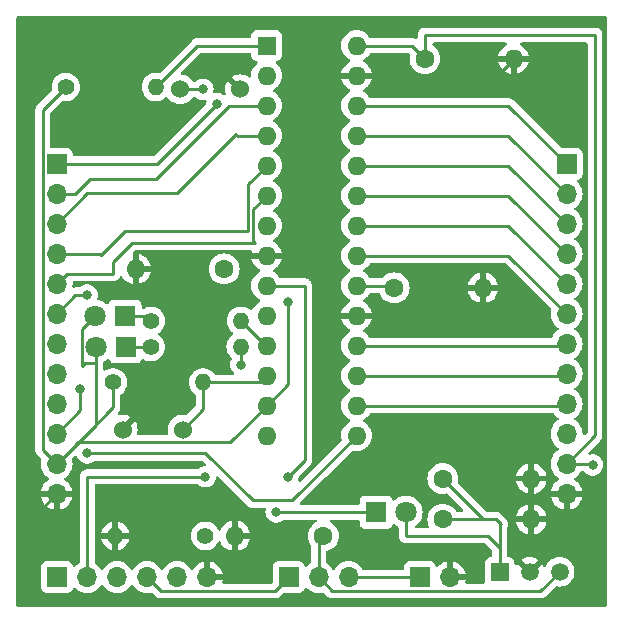
<source format=gbr>
%TF.GenerationSoftware,KiCad,Pcbnew,7.0.1*%
%TF.CreationDate,2023-04-20T16:33:22-05:00*%
%TF.ProjectId,pic32mx,70696333-326d-4782-9e6b-696361645f70,rev?*%
%TF.SameCoordinates,Original*%
%TF.FileFunction,Copper,L2,Bot*%
%TF.FilePolarity,Positive*%
%FSLAX46Y46*%
G04 Gerber Fmt 4.6, Leading zero omitted, Abs format (unit mm)*
G04 Created by KiCad (PCBNEW 7.0.1) date 2023-04-20 16:33:22*
%MOMM*%
%LPD*%
G01*
G04 APERTURE LIST*
%TA.AperFunction,ComponentPad*%
%ADD10R,1.700000X1.700000*%
%TD*%
%TA.AperFunction,ComponentPad*%
%ADD11O,1.700000X1.700000*%
%TD*%
%TA.AperFunction,ComponentPad*%
%ADD12C,1.400000*%
%TD*%
%TA.AperFunction,ComponentPad*%
%ADD13O,1.400000X1.400000*%
%TD*%
%TA.AperFunction,ComponentPad*%
%ADD14C,1.524000*%
%TD*%
%TA.AperFunction,ComponentPad*%
%ADD15C,1.600000*%
%TD*%
%TA.AperFunction,ComponentPad*%
%ADD16O,1.600000X1.600000*%
%TD*%
%TA.AperFunction,ComponentPad*%
%ADD17R,1.800000X1.800000*%
%TD*%
%TA.AperFunction,ComponentPad*%
%ADD18C,1.800000*%
%TD*%
%TA.AperFunction,ComponentPad*%
%ADD19R,1.600000X1.600000*%
%TD*%
%TA.AperFunction,ComponentPad*%
%ADD20R,1.500000X1.500000*%
%TD*%
%TA.AperFunction,ComponentPad*%
%ADD21C,1.500000*%
%TD*%
%TA.AperFunction,ViaPad*%
%ADD22C,0.800000*%
%TD*%
%TA.AperFunction,Conductor*%
%ADD23C,0.250000*%
%TD*%
G04 APERTURE END LIST*
D10*
%TO.P,J4,1,Pin_1*%
%TO.N,/B15*%
X146590000Y-62500000D03*
D11*
%TO.P,J4,2,Pin_2*%
%TO.N,/B14*%
X146590000Y-65040000D03*
%TO.P,J4,3,Pin_3*%
%TO.N,/B13*%
X146590000Y-67580000D03*
%TO.P,J4,4,Pin_4*%
%TO.N,/B12*%
X146590000Y-70120000D03*
%TO.P,J4,5,Pin_5*%
%TO.N,/B11*%
X146590000Y-72660000D03*
%TO.P,J4,6,Pin_6*%
%TO.N,/B10*%
X146590000Y-75200000D03*
%TO.P,J4,7,Pin_7*%
%TO.N,/B9*%
X146590000Y-77740000D03*
%TO.P,J4,8,Pin_8*%
%TO.N,/B8*%
X146590000Y-80280000D03*
%TO.P,J4,9,Pin_9*%
%TO.N,/B7*%
X146590000Y-82820000D03*
%TO.P,J4,10,Pin_10*%
%TO.N,/Vin*%
X146590000Y-85360000D03*
%TO.P,J4,11,Pin_11*%
%TO.N,+3.3V*%
X146590000Y-87900000D03*
%TO.P,J4,12,Pin_12*%
%TO.N,GND*%
X146590000Y-90440000D03*
%TD*%
D12*
%TO.P,R2,1*%
%TO.N,Net-(D2-K)*%
X111400000Y-75800000D03*
D13*
%TO.P,R2,2*%
%TO.N,/GREEN*%
X119020000Y-75800000D03*
%TD*%
D12*
%TO.P,R1,1*%
%TO.N,Net-(D1-K)*%
X111380000Y-78000000D03*
D13*
%TO.P,R1,2*%
%TO.N,/YELLOW*%
X119000000Y-78000000D03*
%TD*%
D14*
%TO.P,SW1,1,1*%
%TO.N,GND*%
X109000000Y-85000000D03*
%TO.P,SW1,2,2*%
%TO.N,/USER*%
X114080000Y-85000000D03*
%TD*%
D12*
%TO.P,R3,1*%
%TO.N,+3.3V*%
X108190000Y-81000000D03*
D13*
%TO.P,R3,2*%
%TO.N,/USER*%
X115810000Y-81000000D03*
%TD*%
D10*
%TO.P,J1,1,Pin_1*%
%TO.N,unconnected-(J1-Pin_1-Pad1)*%
X103460000Y-97500000D03*
D11*
%TO.P,J1,2,Pin_2*%
%TO.N,/U1TX*%
X106000000Y-97500000D03*
%TO.P,J1,3,Pin_3*%
%TO.N,/U1RX*%
X108540000Y-97500000D03*
%TO.P,J1,4,Pin_4*%
%TO.N,+5V*%
X111080000Y-97500000D03*
%TO.P,J1,5,Pin_5*%
%TO.N,unconnected-(J1-Pin_5-Pad5)*%
X113620000Y-97500000D03*
%TO.P,J1,6,Pin_6*%
%TO.N,GND*%
X116160000Y-97500000D03*
%TD*%
D14*
%TO.P,SW2,1,1*%
%TO.N,GND*%
X118940000Y-56200000D03*
%TO.P,SW2,2,2*%
%TO.N,/MCLR*%
X113860000Y-56200000D03*
%TD*%
D15*
%TO.P,C4,1*%
%TO.N,Net-(SW3-B)*%
X126000000Y-94000000D03*
D16*
%TO.P,C4,2*%
%TO.N,GND*%
X118500000Y-94000000D03*
%TD*%
D10*
%TO.P,J2,1,Pin_1*%
%TO.N,Net-(J2-Pin_1)*%
X134175000Y-97500000D03*
D11*
%TO.P,J2,2,Pin_2*%
%TO.N,GND*%
X136715000Y-97500000D03*
%TD*%
D17*
%TO.P,D3,1,K*%
%TO.N,Net-(D3-K)*%
X130460000Y-92000000D03*
D18*
%TO.P,D3,2,A*%
%TO.N,+3.3V*%
X133000000Y-92000000D03*
%TD*%
D15*
%TO.P,C3,1*%
%TO.N,+3.3V*%
X134600000Y-53600000D03*
D16*
%TO.P,C3,2*%
%TO.N,GND*%
X142100000Y-53600000D03*
%TD*%
D15*
%TO.P,C1,1*%
%TO.N,+3.3V*%
X117600000Y-71400000D03*
D16*
%TO.P,C1,2*%
%TO.N,GND*%
X110100000Y-71400000D03*
%TD*%
D10*
%TO.P,SW3,1,A*%
%TO.N,+5V*%
X123050000Y-97500000D03*
D11*
%TO.P,SW3,2,B*%
%TO.N,Net-(SW3-B)*%
X125590000Y-97500000D03*
%TO.P,SW3,3,C*%
%TO.N,Net-(J2-Pin_1)*%
X128130000Y-97500000D03*
%TD*%
D17*
%TO.P,D1,1,K*%
%TO.N,Net-(D1-K)*%
X109250000Y-78000000D03*
D18*
%TO.P,D1,2,A*%
%TO.N,+3.3V*%
X106710000Y-78000000D03*
%TD*%
D10*
%TO.P,J3,1,Pin_1*%
%TO.N,/A0*%
X103410000Y-62500000D03*
D11*
%TO.P,J3,2,Pin_2*%
%TO.N,/A1*%
X103410000Y-65040000D03*
%TO.P,J3,3,Pin_3*%
%TO.N,/B0*%
X103410000Y-67580000D03*
%TO.P,J3,4,Pin_4*%
%TO.N,/B1*%
X103410000Y-70120000D03*
%TO.P,J3,5,Pin_5*%
%TO.N,/B2*%
X103410000Y-72660000D03*
%TO.P,J3,6,Pin_6*%
%TO.N,/A3*%
X103410000Y-75200000D03*
%TO.P,J3,7,Pin_7*%
%TO.N,/GREEN*%
X103410000Y-77740000D03*
%TO.P,J3,8,Pin_8*%
%TO.N,/YELLOW*%
X103410000Y-80280000D03*
%TO.P,J3,9,Pin_9*%
%TO.N,/B6*%
X103410000Y-82820000D03*
%TO.P,J3,10,Pin_10*%
%TO.N,/Vin*%
X103410000Y-85360000D03*
%TO.P,J3,11,Pin_11*%
%TO.N,+3.3V*%
X103410000Y-87900000D03*
%TO.P,J3,12,Pin_12*%
%TO.N,GND*%
X103410000Y-90440000D03*
%TD*%
D15*
%TO.P,C6,1*%
%TO.N,+3.3V*%
X136100000Y-89150000D03*
D16*
%TO.P,C6,2*%
%TO.N,GND*%
X143600000Y-89150000D03*
%TD*%
D15*
%TO.P,C5,1*%
%TO.N,+3.3V*%
X136100000Y-92600000D03*
D16*
%TO.P,C5,2*%
%TO.N,GND*%
X143600000Y-92600000D03*
%TD*%
D12*
%TO.P,R5,1*%
%TO.N,Net-(D3-K)*%
X116000000Y-94000000D03*
D13*
%TO.P,R5,2*%
%TO.N,GND*%
X108380000Y-94000000D03*
%TD*%
D17*
%TO.P,D2,1,K*%
%TO.N,Net-(D2-K)*%
X109200000Y-75400000D03*
D18*
%TO.P,D2,2,A*%
%TO.N,+3.3V*%
X106660000Y-75400000D03*
%TD*%
D19*
%TO.P,PIC32MX170F256B1,1,MCLR*%
%TO.N,/MCLR*%
X121190000Y-52500000D03*
D16*
%TO.P,PIC32MX170F256B1,2,A0*%
%TO.N,/A0*%
X121190000Y-55040000D03*
%TO.P,PIC32MX170F256B1,3,A1*%
%TO.N,/A1*%
X121190000Y-57580000D03*
%TO.P,PIC32MX170F256B1,4,B0*%
%TO.N,/B0*%
X121190000Y-60120000D03*
%TO.P,PIC32MX170F256B1,5,B1*%
%TO.N,/B1*%
X121190000Y-62660000D03*
%TO.P,PIC32MX170F256B1,6,B2*%
%TO.N,/B2*%
X121190000Y-65200000D03*
%TO.P,PIC32MX170F256B1,7,B3*%
%TO.N,/U1TX*%
X121190000Y-67740000D03*
%TO.P,PIC32MX170F256B1,8,VSS*%
%TO.N,GND*%
X121190000Y-70280000D03*
%TO.P,PIC32MX170F256B1,9,A2*%
%TO.N,/U1RX*%
X121190000Y-72820000D03*
%TO.P,PIC32MX170F256B1,10,A3*%
%TO.N,/A3*%
X121190000Y-75360000D03*
%TO.P,PIC32MX170F256B1,11,B4*%
%TO.N,/GREEN*%
X121190000Y-77900000D03*
%TO.P,PIC32MX170F256B1,12,A4*%
%TO.N,/USER*%
X121190000Y-80440000D03*
%TO.P,PIC32MX170F256B1,13,Vdd*%
%TO.N,+3.3V*%
X121190000Y-82980000D03*
%TO.P,PIC32MX170F256B1,14,B5*%
%TO.N,/YELLOW*%
X121190000Y-85520000D03*
%TO.P,PIC32MX170F256B1,15,B6*%
%TO.N,/B6*%
X128810000Y-85520000D03*
%TO.P,PIC32MX170F256B1,16,B7*%
%TO.N,/B7*%
X128810000Y-82980000D03*
%TO.P,PIC32MX170F256B1,17,B8*%
%TO.N,/B8*%
X128810000Y-80440000D03*
%TO.P,PIC32MX170F256B1,18,B9*%
%TO.N,/B9*%
X128810000Y-77900000D03*
%TO.P,PIC32MX170F256B1,19,VSS*%
%TO.N,GND*%
X128810000Y-75360000D03*
%TO.P,PIC32MX170F256B1,20,Vcap*%
%TO.N,Net-(PIC32MX170F256B1-Vcap)*%
X128810000Y-72820000D03*
%TO.P,PIC32MX170F256B1,21,B10*%
%TO.N,/B10*%
X128810000Y-70280000D03*
%TO.P,PIC32MX170F256B1,22,B11*%
%TO.N,/B11*%
X128810000Y-67740000D03*
%TO.P,PIC32MX170F256B1,23,B12*%
%TO.N,/B12*%
X128810000Y-65200000D03*
%TO.P,PIC32MX170F256B1,24,B13*%
%TO.N,/B13*%
X128810000Y-62660000D03*
%TO.P,PIC32MX170F256B1,25,B14*%
%TO.N,/B14*%
X128810000Y-60120000D03*
%TO.P,PIC32MX170F256B1,26,B15*%
%TO.N,/B15*%
X128810000Y-57580000D03*
%TO.P,PIC32MX170F256B1,27,AVSS*%
%TO.N,GND*%
X128810000Y-55040000D03*
%TO.P,PIC32MX170F256B1,28,AVdd*%
%TO.N,+3.3V*%
X128810000Y-52500000D03*
%TD*%
D12*
%TO.P,R4,1*%
%TO.N,+3.3V*%
X104190000Y-56000000D03*
D13*
%TO.P,R4,2*%
%TO.N,/MCLR*%
X111810000Y-56000000D03*
%TD*%
D20*
%TO.P,U1,1,VO*%
%TO.N,+3.3V*%
X140920000Y-97050000D03*
D21*
%TO.P,U1,2,GND*%
%TO.N,GND*%
X143460000Y-97050000D03*
%TO.P,U1,3,VI*%
%TO.N,Net-(SW3-B)*%
X146000000Y-97050000D03*
%TD*%
D15*
%TO.P,C2,1*%
%TO.N,Net-(PIC32MX170F256B1-Vcap)*%
X132000000Y-73000000D03*
D16*
%TO.P,C2,2*%
%TO.N,GND*%
X139500000Y-73000000D03*
%TD*%
D22*
%TO.N,/MCLR*%
X115800000Y-56200000D03*
%TO.N,+3.3V*%
X148800000Y-88000000D03*
X123000000Y-74200000D03*
%TO.N,/A0*%
X117000000Y-57400000D03*
%TO.N,/U1TX*%
X116000000Y-89000000D03*
%TO.N,/U1RX*%
X123000000Y-89000000D03*
%TO.N,/A3*%
X106000000Y-73600000D03*
%TO.N,/YELLOW*%
X119000000Y-79500000D03*
%TO.N,/B6*%
X106000000Y-87000000D03*
%TO.N,Net-(D3-K)*%
X122000000Y-92000000D03*
%TO.N,/Vin*%
X105400000Y-81600000D03*
%TD*%
D23*
%TO.N,/MCLR*%
X113860000Y-56200000D02*
X115800000Y-56200000D01*
%TO.N,/B0*%
X105990000Y-65000000D02*
X103410000Y-67580000D01*
X118600000Y-60000000D02*
X113600000Y-65000000D01*
X118720000Y-60120000D02*
X118600000Y-60000000D01*
X113600000Y-65000000D02*
X105990000Y-65000000D01*
X121190000Y-60120000D02*
X118720000Y-60120000D01*
%TO.N,/A1*%
X118020000Y-57580000D02*
X121190000Y-57580000D01*
X106200000Y-63800000D02*
X111800000Y-63800000D01*
X103410000Y-65040000D02*
X104960000Y-65040000D01*
X104960000Y-65040000D02*
X106200000Y-63800000D01*
X111800000Y-63800000D02*
X118020000Y-57580000D01*
%TO.N,/B1*%
X119600000Y-64250000D02*
X121190000Y-62660000D01*
X119600000Y-68200000D02*
X119600000Y-64250000D01*
X109200000Y-68200000D02*
X119600000Y-68200000D01*
X107200000Y-70200000D02*
X109200000Y-68200000D01*
X107120000Y-70120000D02*
X107200000Y-70200000D01*
X103410000Y-70120000D02*
X107120000Y-70120000D01*
%TO.N,/B2*%
X120065000Y-66325000D02*
X121190000Y-65200000D01*
X120065000Y-69065000D02*
X120065000Y-66325000D01*
X120200000Y-69200000D02*
X120065000Y-69065000D01*
X109800000Y-69200000D02*
X120200000Y-69200000D01*
X108200000Y-70800000D02*
X109800000Y-69200000D01*
X108200000Y-71800000D02*
X108200000Y-70800000D01*
X104270000Y-71800000D02*
X108200000Y-71800000D01*
X103410000Y-72660000D02*
X104270000Y-71800000D01*
%TO.N,+3.3V*%
X118083000Y-86087000D02*
X121190000Y-82980000D01*
X102235000Y-57955000D02*
X104190000Y-56000000D01*
X106710000Y-84600000D02*
X106710000Y-79400000D01*
X136100000Y-92600000D02*
X140600000Y-92600000D01*
X103410000Y-87900000D02*
X102235000Y-86725000D01*
X140920000Y-93080000D02*
X141000000Y-93000000D01*
X139920000Y-94000000D02*
X133000000Y-94000000D01*
X128810000Y-52500000D02*
X133500000Y-52500000D01*
X136100000Y-89150000D02*
X139550000Y-92600000D01*
X106710000Y-79400000D02*
X106710000Y-78000000D01*
X123000000Y-81170000D02*
X123000000Y-74200000D01*
X105600000Y-76460000D02*
X106660000Y-75400000D01*
X141000000Y-93000000D02*
X140600000Y-92600000D01*
X133500000Y-52500000D02*
X134600000Y-53600000D01*
X140920000Y-95000000D02*
X139920000Y-94000000D01*
X105800000Y-79400000D02*
X105600000Y-79600000D01*
X102235000Y-86725000D02*
X102235000Y-57955000D01*
X149000000Y-51600000D02*
X149000000Y-85490000D01*
X134600000Y-51600000D02*
X149000000Y-51600000D01*
X105223000Y-86087000D02*
X118083000Y-86087000D01*
X146590000Y-87900000D02*
X148700000Y-87900000D01*
X106710000Y-79400000D02*
X105800000Y-79400000D01*
X133000000Y-94000000D02*
X133000000Y-92000000D01*
X105600000Y-79600000D02*
X105600000Y-76460000D01*
X140920000Y-97050000D02*
X140920000Y-95000000D01*
X103410000Y-87900000D02*
X108190000Y-83120000D01*
X103410000Y-87900000D02*
X105223000Y-86087000D01*
X108190000Y-83120000D02*
X108190000Y-81000000D01*
X148700000Y-87900000D02*
X148800000Y-88000000D01*
X121190000Y-82980000D02*
X123000000Y-81170000D01*
X103410000Y-87900000D02*
X106710000Y-84600000D01*
X149000000Y-85490000D02*
X146590000Y-87900000D01*
X134600000Y-53600000D02*
X134600000Y-51600000D01*
X140920000Y-95000000D02*
X140920000Y-93080000D01*
X139550000Y-92600000D02*
X140600000Y-92600000D01*
%TO.N,GND*%
X140660000Y-55040000D02*
X128810000Y-55040000D01*
X102250000Y-91600000D02*
X103410000Y-90440000D01*
X142100000Y-53600000D02*
X140660000Y-55040000D01*
%TO.N,Net-(PIC32MX170F256B1-Vcap)*%
X128810000Y-72820000D02*
X131820000Y-72820000D01*
%TO.N,Net-(SW3-B)*%
X125590000Y-97500000D02*
X126765000Y-98675000D01*
X144375000Y-98675000D02*
X146000000Y-97050000D01*
X126765000Y-98675000D02*
X144375000Y-98675000D01*
X125590000Y-97500000D02*
X125590000Y-94410000D01*
%TO.N,Net-(D1-K)*%
X109250000Y-78000000D02*
X111380000Y-78000000D01*
%TO.N,Net-(D2-K)*%
X109200000Y-75400000D02*
X111000000Y-75400000D01*
%TO.N,/MCLR*%
X111810000Y-56000000D02*
X115310000Y-52500000D01*
X115310000Y-52500000D02*
X121190000Y-52500000D01*
%TO.N,/A0*%
X103410000Y-62500000D02*
X111900000Y-62500000D01*
X111900000Y-62500000D02*
X117000000Y-57400000D01*
%TO.N,/U1TX*%
X106000000Y-97500000D02*
X106000000Y-89000000D01*
X106000000Y-89000000D02*
X116000000Y-89000000D01*
%TO.N,/U1RX*%
X124400000Y-87600000D02*
X124400000Y-72820000D01*
X123000000Y-89000000D02*
X124400000Y-87600000D01*
X124400000Y-72820000D02*
X121190000Y-72820000D01*
%TO.N,/A3*%
X103410000Y-75200000D02*
X105010000Y-73600000D01*
X105010000Y-73600000D02*
X106000000Y-73600000D01*
%TO.N,/GREEN*%
X119020000Y-75800000D02*
X121120000Y-77900000D01*
%TO.N,/USER*%
X115810000Y-81000000D02*
X120630000Y-81000000D01*
X115810000Y-81000000D02*
X115810000Y-83270000D01*
X120630000Y-81000000D02*
X121190000Y-80440000D01*
X115810000Y-83270000D02*
X114080000Y-85000000D01*
%TO.N,/YELLOW*%
X119000000Y-78000000D02*
X119000000Y-79500000D01*
%TO.N,/B6*%
X120000000Y-91000000D02*
X116000000Y-87000000D01*
X123330000Y-91000000D02*
X120000000Y-91000000D01*
X128810000Y-85520000D02*
X123330000Y-91000000D01*
X116000000Y-87000000D02*
X106000000Y-87000000D01*
%TO.N,/B7*%
X128810000Y-82980000D02*
X146430000Y-82980000D01*
%TO.N,/B8*%
X128810000Y-80440000D02*
X146430000Y-80440000D01*
%TO.N,/B9*%
X128810000Y-77900000D02*
X146430000Y-77900000D01*
%TO.N,/B10*%
X128810000Y-70280000D02*
X141670000Y-70280000D01*
X141670000Y-70280000D02*
X146590000Y-75200000D01*
%TO.N,/B11*%
X141670000Y-67740000D02*
X128810000Y-67740000D01*
X146590000Y-72660000D02*
X141670000Y-67740000D01*
%TO.N,/B12*%
X128810000Y-65200000D02*
X141670000Y-65200000D01*
X141670000Y-65200000D02*
X146590000Y-70120000D01*
%TO.N,/B13*%
X141670000Y-62660000D02*
X128810000Y-62660000D01*
X146590000Y-67580000D02*
X141670000Y-62660000D01*
%TO.N,/B14*%
X141670000Y-60120000D02*
X146590000Y-65040000D01*
X128810000Y-60120000D02*
X141670000Y-60120000D01*
%TO.N,/B15*%
X128810000Y-57580000D02*
X141670000Y-57580000D01*
X141670000Y-57580000D02*
X146590000Y-62500000D01*
%TO.N,Net-(D3-K)*%
X130460000Y-92000000D02*
X122000000Y-92000000D01*
%TO.N,+5V*%
X121875000Y-98675000D02*
X123050000Y-97500000D01*
X112255000Y-98675000D02*
X121875000Y-98675000D01*
X111080000Y-97500000D02*
X112255000Y-98675000D01*
%TO.N,Net-(J2-Pin_1)*%
X134175000Y-97500000D02*
X128130000Y-97500000D01*
%TO.N,/Vin*%
X103410000Y-85360000D02*
X105400000Y-83370000D01*
X105400000Y-83370000D02*
X105400000Y-81600000D01*
%TD*%
%TA.AperFunction,Conductor*%
%TO.N,GND*%
G36*
X128997501Y-92642113D02*
G01*
X129042888Y-92687500D01*
X129059501Y-92749500D01*
X129059501Y-92947870D01*
X129065909Y-93007484D01*
X129070504Y-93019803D01*
X129116204Y-93142331D01*
X129202454Y-93257546D01*
X129317669Y-93343796D01*
X129452517Y-93394091D01*
X129512127Y-93400500D01*
X131407872Y-93400499D01*
X131467483Y-93394091D01*
X131602331Y-93343796D01*
X131717546Y-93257546D01*
X131803796Y-93142331D01*
X131832455Y-93065490D01*
X131868405Y-93014279D01*
X131924787Y-92987140D01*
X131987242Y-92990988D01*
X132039864Y-93024841D01*
X132048216Y-93033913D01*
X132231374Y-93176470D01*
X132273355Y-93199189D01*
X132309518Y-93218760D01*
X132357023Y-93264341D01*
X132374500Y-93327814D01*
X132374500Y-93929151D01*
X132372304Y-93952385D01*
X132370772Y-93960412D01*
X132374255Y-94015759D01*
X132374500Y-94023545D01*
X132374500Y-94039350D01*
X132376481Y-94055037D01*
X132377213Y-94062787D01*
X132380695Y-94118137D01*
X132383220Y-94125908D01*
X132388310Y-94148678D01*
X132389335Y-94156788D01*
X132389336Y-94156792D01*
X132409602Y-94207978D01*
X132409753Y-94208360D01*
X132412390Y-94215684D01*
X132415967Y-94226692D01*
X132429533Y-94268441D01*
X132429534Y-94268442D01*
X132433910Y-94275339D01*
X132444500Y-94296123D01*
X132447513Y-94303732D01*
X132480120Y-94348612D01*
X132484498Y-94355053D01*
X132514214Y-94401877D01*
X132520167Y-94407467D01*
X132535603Y-94424976D01*
X132540406Y-94431587D01*
X132583146Y-94466945D01*
X132588978Y-94472087D01*
X132629418Y-94510062D01*
X132636578Y-94513998D01*
X132655883Y-94527117D01*
X132662179Y-94532326D01*
X132712363Y-94555941D01*
X132719302Y-94559476D01*
X132767906Y-94586196D01*
X132767908Y-94586197D01*
X132775822Y-94588228D01*
X132797774Y-94596132D01*
X132800425Y-94597379D01*
X132805174Y-94599614D01*
X132859673Y-94610010D01*
X132867263Y-94611707D01*
X132920981Y-94625500D01*
X132929151Y-94625500D01*
X132952385Y-94627696D01*
X132960412Y-94629227D01*
X133015759Y-94625745D01*
X133023545Y-94625500D01*
X139609548Y-94625500D01*
X139657001Y-94634939D01*
X139697229Y-94661819D01*
X140258181Y-95222771D01*
X140285061Y-95262999D01*
X140294500Y-95310452D01*
X140294500Y-95675501D01*
X140277887Y-95737501D01*
X140232500Y-95782888D01*
X140170500Y-95799501D01*
X140122128Y-95799501D01*
X140092322Y-95802704D01*
X140062515Y-95805909D01*
X139927669Y-95856204D01*
X139812454Y-95942454D01*
X139726204Y-96057668D01*
X139675909Y-96192516D01*
X139669500Y-96252130D01*
X139669500Y-97847870D01*
X139676421Y-97912247D01*
X139664667Y-97979683D01*
X139618924Y-98030606D01*
X139553131Y-98049500D01*
X138126985Y-98049500D01*
X138072141Y-98036712D01*
X138028609Y-98000986D01*
X138005368Y-97949691D01*
X138007210Y-97893406D01*
X138045636Y-97750000D01*
X136589000Y-97750000D01*
X136527000Y-97733387D01*
X136481613Y-97688000D01*
X136465000Y-97626000D01*
X136465000Y-96169364D01*
X136965000Y-96169364D01*
X136965000Y-97250000D01*
X138045636Y-97250000D01*
X138045635Y-97249999D01*
X137988430Y-97036507D01*
X137888599Y-96822421D01*
X137753109Y-96628921D01*
X137586081Y-96461893D01*
X137392576Y-96326399D01*
X137178492Y-96226569D01*
X136965000Y-96169364D01*
X136465000Y-96169364D01*
X136464999Y-96169364D01*
X136251507Y-96226569D01*
X136037421Y-96326400D01*
X135843924Y-96461888D01*
X135721865Y-96583947D01*
X135669118Y-96615242D01*
X135607825Y-96617431D01*
X135552981Y-96589978D01*
X135518002Y-96539598D01*
X135489020Y-96461893D01*
X135468796Y-96407669D01*
X135382546Y-96292454D01*
X135267331Y-96206204D01*
X135132483Y-96155909D01*
X135072873Y-96149500D01*
X135072869Y-96149500D01*
X133277130Y-96149500D01*
X133217515Y-96155909D01*
X133082669Y-96206204D01*
X132967454Y-96292454D01*
X132881204Y-96407668D01*
X132831997Y-96539598D01*
X132830909Y-96542517D01*
X132825807Y-96589978D01*
X132824500Y-96602131D01*
X132824500Y-96750500D01*
X132807887Y-96812500D01*
X132762500Y-96857887D01*
X132700500Y-96874500D01*
X129405226Y-96874500D01*
X129347969Y-96860489D01*
X129303651Y-96821623D01*
X129297263Y-96812500D01*
X129168495Y-96628599D01*
X129001401Y-96461505D01*
X128807830Y-96325965D01*
X128593663Y-96226097D01*
X128532502Y-96209709D01*
X128365407Y-96164936D01*
X128130000Y-96144340D01*
X127894592Y-96164936D01*
X127666336Y-96226097D01*
X127452170Y-96325965D01*
X127258598Y-96461505D01*
X127091505Y-96628598D01*
X126961575Y-96814159D01*
X126917257Y-96853025D01*
X126860000Y-96867036D01*
X126802743Y-96853025D01*
X126758425Y-96814159D01*
X126628494Y-96628598D01*
X126461404Y-96461508D01*
X126461401Y-96461505D01*
X126268374Y-96326346D01*
X126229511Y-96282030D01*
X126215500Y-96224773D01*
X126215500Y-95383783D01*
X126227118Y-95331378D01*
X126259794Y-95288794D01*
X126307406Y-95264008D01*
X126329652Y-95258046D01*
X126446496Y-95226739D01*
X126652734Y-95130568D01*
X126839139Y-95000047D01*
X127000047Y-94839139D01*
X127130568Y-94652734D01*
X127226739Y-94446496D01*
X127285635Y-94226692D01*
X127305468Y-94000000D01*
X127302004Y-93960412D01*
X127285635Y-93773310D01*
X127285635Y-93773308D01*
X127226739Y-93553504D01*
X127130568Y-93347266D01*
X127128138Y-93343796D01*
X127000046Y-93160859D01*
X126839140Y-92999953D01*
X126652736Y-92869433D01*
X126652734Y-92869432D01*
X126636540Y-92861880D01*
X126586147Y-92818839D01*
X126565118Y-92755989D01*
X126579463Y-92691285D01*
X126625083Y-92643211D01*
X126688948Y-92625500D01*
X128935501Y-92625500D01*
X128997501Y-92642113D01*
G37*
%TD.AperFunction*%
%TA.AperFunction,Conductor*%
G36*
X117109254Y-88993844D02*
G01*
X118305408Y-90189999D01*
X119499196Y-91383787D01*
X119512096Y-91399888D01*
X119563223Y-91447900D01*
X119566020Y-91450611D01*
X119585529Y-91470120D01*
X119588711Y-91472588D01*
X119597571Y-91480155D01*
X119629418Y-91510062D01*
X119646970Y-91519711D01*
X119663238Y-91530397D01*
X119679064Y-91542673D01*
X119719146Y-91560017D01*
X119729633Y-91565155D01*
X119767907Y-91586197D01*
X119776410Y-91588379D01*
X119787308Y-91591178D01*
X119805713Y-91597478D01*
X119824104Y-91605437D01*
X119867250Y-91612270D01*
X119878668Y-91614635D01*
X119920981Y-91625500D01*
X119941016Y-91625500D01*
X119960415Y-91627027D01*
X119980196Y-91630160D01*
X120023674Y-91626050D01*
X120035344Y-91625500D01*
X121004169Y-91625500D01*
X121060464Y-91639015D01*
X121104487Y-91676614D01*
X121126642Y-91730101D01*
X121122100Y-91787817D01*
X121114326Y-91811740D01*
X121094540Y-91999999D01*
X121094540Y-92000000D01*
X121102484Y-92075585D01*
X121114326Y-92188257D01*
X121172820Y-92368284D01*
X121267466Y-92532216D01*
X121394129Y-92672889D01*
X121547269Y-92784151D01*
X121720197Y-92861144D01*
X121905352Y-92900500D01*
X121905354Y-92900500D01*
X122094646Y-92900500D01*
X122094648Y-92900500D01*
X122235367Y-92870589D01*
X122279803Y-92861144D01*
X122452730Y-92784151D01*
X122605871Y-92672888D01*
X122611598Y-92666526D01*
X122653312Y-92636220D01*
X122703747Y-92625500D01*
X125311052Y-92625500D01*
X125374917Y-92643211D01*
X125420537Y-92691285D01*
X125434882Y-92755989D01*
X125413853Y-92818839D01*
X125363459Y-92861880D01*
X125354418Y-92866096D01*
X125347263Y-92869433D01*
X125160859Y-92999953D01*
X124999953Y-93160859D01*
X124869432Y-93347264D01*
X124773261Y-93553502D01*
X124714364Y-93773310D01*
X124694531Y-93999999D01*
X124714364Y-94226689D01*
X124773261Y-94446497D01*
X124869432Y-94652734D01*
X124942075Y-94756480D01*
X124958761Y-94790316D01*
X124964500Y-94827603D01*
X124964500Y-96224774D01*
X124950489Y-96282031D01*
X124911623Y-96326348D01*
X124911550Y-96326400D01*
X124718601Y-96461503D01*
X124596673Y-96583431D01*
X124543926Y-96614726D01*
X124482634Y-96616915D01*
X124427789Y-96589462D01*
X124392810Y-96539082D01*
X124364018Y-96461888D01*
X124343796Y-96407669D01*
X124257546Y-96292454D01*
X124142331Y-96206204D01*
X124007483Y-96155909D01*
X123947873Y-96149500D01*
X123947869Y-96149500D01*
X122152130Y-96149500D01*
X122092515Y-96155909D01*
X121957669Y-96206204D01*
X121842454Y-96292454D01*
X121756204Y-96407668D01*
X121706997Y-96539598D01*
X121705909Y-96542517D01*
X121700807Y-96589978D01*
X121699500Y-96602131D01*
X121699500Y-97914545D01*
X121690062Y-97961995D01*
X121663185Y-98002222D01*
X121652231Y-98013177D01*
X121612001Y-98040060D01*
X121564546Y-98049500D01*
X117571985Y-98049500D01*
X117517141Y-98036712D01*
X117473609Y-98000986D01*
X117450368Y-97949691D01*
X117452210Y-97893406D01*
X117490636Y-97750000D01*
X116034000Y-97750000D01*
X115972000Y-97733387D01*
X115926613Y-97688000D01*
X115910000Y-97626000D01*
X115910000Y-96169364D01*
X116410000Y-96169364D01*
X116410000Y-97250000D01*
X117490636Y-97250000D01*
X117490635Y-97249999D01*
X117433430Y-97036507D01*
X117333599Y-96822421D01*
X117198109Y-96628921D01*
X117031081Y-96461893D01*
X116837576Y-96326399D01*
X116623492Y-96226569D01*
X116410000Y-96169364D01*
X115910000Y-96169364D01*
X115909999Y-96169364D01*
X115696507Y-96226569D01*
X115482421Y-96326400D01*
X115288921Y-96461890D01*
X115121893Y-96628918D01*
X114991880Y-96814596D01*
X114947562Y-96853461D01*
X114890305Y-96867472D01*
X114833048Y-96853461D01*
X114788730Y-96814595D01*
X114787263Y-96812500D01*
X114658495Y-96628599D01*
X114491401Y-96461505D01*
X114297830Y-96325965D01*
X114083663Y-96226097D01*
X114022502Y-96209709D01*
X113855407Y-96164936D01*
X113620000Y-96144340D01*
X113384592Y-96164936D01*
X113156336Y-96226097D01*
X112942170Y-96325965D01*
X112748598Y-96461505D01*
X112581505Y-96628598D01*
X112451575Y-96814159D01*
X112407257Y-96853025D01*
X112350000Y-96867036D01*
X112292743Y-96853025D01*
X112248425Y-96814159D01*
X112118494Y-96628598D01*
X111951404Y-96461508D01*
X111951401Y-96461505D01*
X111757830Y-96325965D01*
X111543663Y-96226097D01*
X111482502Y-96209709D01*
X111315407Y-96164936D01*
X111080000Y-96144340D01*
X110844592Y-96164936D01*
X110616336Y-96226097D01*
X110402170Y-96325965D01*
X110208598Y-96461505D01*
X110041505Y-96628598D01*
X109911575Y-96814159D01*
X109867257Y-96853025D01*
X109810000Y-96867036D01*
X109752743Y-96853025D01*
X109708425Y-96814159D01*
X109578494Y-96628598D01*
X109411404Y-96461508D01*
X109411401Y-96461505D01*
X109217830Y-96325965D01*
X109003663Y-96226097D01*
X108942502Y-96209709D01*
X108775407Y-96164936D01*
X108540000Y-96144340D01*
X108304592Y-96164936D01*
X108076336Y-96226097D01*
X107862170Y-96325965D01*
X107668598Y-96461505D01*
X107501505Y-96628598D01*
X107371575Y-96814159D01*
X107327257Y-96853025D01*
X107270000Y-96867036D01*
X107212743Y-96853025D01*
X107168425Y-96814159D01*
X107038494Y-96628598D01*
X106871404Y-96461508D01*
X106871401Y-96461505D01*
X106678374Y-96326346D01*
X106639511Y-96282030D01*
X106625500Y-96224773D01*
X106625500Y-94250000D01*
X107203505Y-94250000D01*
X107256240Y-94435351D01*
X107355365Y-94634422D01*
X107489390Y-94811899D01*
X107653737Y-94961721D01*
X107842821Y-95078797D01*
X108050199Y-95159135D01*
X108130000Y-95174052D01*
X108130000Y-94250000D01*
X108630000Y-94250000D01*
X108630000Y-95174052D01*
X108709800Y-95159135D01*
X108917178Y-95078797D01*
X109106262Y-94961721D01*
X109270609Y-94811899D01*
X109404634Y-94634422D01*
X109503759Y-94435351D01*
X109556495Y-94250000D01*
X108630000Y-94250000D01*
X108130000Y-94250000D01*
X107203505Y-94250000D01*
X106625500Y-94250000D01*
X106625500Y-93999999D01*
X114794357Y-93999999D01*
X114814885Y-94221537D01*
X114875769Y-94435526D01*
X114974941Y-94634688D01*
X115109019Y-94812237D01*
X115273437Y-94962124D01*
X115462595Y-95079245D01*
X115462597Y-95079245D01*
X115462599Y-95079247D01*
X115670060Y-95159618D01*
X115888757Y-95200500D01*
X116111241Y-95200500D01*
X116111243Y-95200500D01*
X116329940Y-95159618D01*
X116537401Y-95079247D01*
X116726562Y-94962124D01*
X116890981Y-94812236D01*
X117025058Y-94634689D01*
X117025058Y-94634687D01*
X117025060Y-94634686D01*
X117084168Y-94515981D01*
X117130568Y-94465409D01*
X117196759Y-94447262D01*
X117262462Y-94467101D01*
X117307550Y-94518847D01*
X117369865Y-94652480D01*
X117500341Y-94838819D01*
X117661180Y-94999658D01*
X117847519Y-95130134D01*
X118053673Y-95226266D01*
X118249999Y-95278871D01*
X118250000Y-95278872D01*
X118250000Y-94250000D01*
X118750000Y-94250000D01*
X118750000Y-95278871D01*
X118946326Y-95226266D01*
X119152480Y-95130134D01*
X119338819Y-94999658D01*
X119499658Y-94838819D01*
X119630134Y-94652480D01*
X119726266Y-94446326D01*
X119778872Y-94250000D01*
X118750000Y-94250000D01*
X118250000Y-94250000D01*
X118250000Y-92721128D01*
X118750000Y-92721128D01*
X118750000Y-93750000D01*
X119778872Y-93750000D01*
X119778871Y-93749999D01*
X119726266Y-93553673D01*
X119630134Y-93347519D01*
X119499658Y-93161180D01*
X119338819Y-93000341D01*
X119152480Y-92869865D01*
X118946326Y-92773733D01*
X118750000Y-92721128D01*
X118250000Y-92721128D01*
X118249999Y-92721128D01*
X118053673Y-92773733D01*
X117847519Y-92869865D01*
X117661180Y-93000341D01*
X117500341Y-93161180D01*
X117369865Y-93347519D01*
X117307550Y-93481152D01*
X117262462Y-93532898D01*
X117196759Y-93552737D01*
X117130568Y-93534591D01*
X117084168Y-93484019D01*
X117025058Y-93365311D01*
X116890980Y-93187762D01*
X116726562Y-93037875D01*
X116537404Y-92920754D01*
X116404929Y-92869433D01*
X116329940Y-92840382D01*
X116111243Y-92799500D01*
X115888757Y-92799500D01*
X115670060Y-92840381D01*
X115670060Y-92840382D01*
X115462595Y-92920754D01*
X115273437Y-93037875D01*
X115109019Y-93187762D01*
X114974941Y-93365311D01*
X114875769Y-93564473D01*
X114814885Y-93778462D01*
X114794357Y-93999999D01*
X106625500Y-93999999D01*
X106625500Y-93750000D01*
X107203505Y-93750000D01*
X108130000Y-93750000D01*
X108130000Y-92825948D01*
X108630000Y-92825948D01*
X108630000Y-93750000D01*
X109556495Y-93750000D01*
X109503759Y-93564648D01*
X109404634Y-93365577D01*
X109270609Y-93188100D01*
X109106262Y-93038278D01*
X108917178Y-92921202D01*
X108709800Y-92840864D01*
X108630000Y-92825948D01*
X108130000Y-92825948D01*
X108050199Y-92840864D01*
X107842821Y-92921202D01*
X107653737Y-93038278D01*
X107489390Y-93188100D01*
X107355365Y-93365577D01*
X107256240Y-93564648D01*
X107203505Y-93750000D01*
X106625500Y-93750000D01*
X106625500Y-89749500D01*
X106642113Y-89687500D01*
X106687500Y-89642113D01*
X106749500Y-89625500D01*
X115296253Y-89625500D01*
X115346688Y-89636220D01*
X115388401Y-89666526D01*
X115394129Y-89672888D01*
X115547270Y-89784151D01*
X115547271Y-89784151D01*
X115547272Y-89784152D01*
X115720197Y-89861144D01*
X115905352Y-89900500D01*
X115905354Y-89900500D01*
X116094646Y-89900500D01*
X116094648Y-89900500D01*
X116243036Y-89868959D01*
X116279803Y-89861144D01*
X116452730Y-89784151D01*
X116500423Y-89749500D01*
X116605870Y-89672889D01*
X116611598Y-89666528D01*
X116732533Y-89532216D01*
X116827179Y-89368284D01*
X116885674Y-89188256D01*
X116898253Y-89068562D01*
X116924195Y-89004759D01*
X116980182Y-88964639D01*
X117048940Y-88960584D01*
X117109254Y-88993844D01*
G37*
%TD.AperFunction*%
%TA.AperFunction,Conductor*%
G36*
X119827501Y-53142113D02*
G01*
X119872888Y-53187500D01*
X119889501Y-53249500D01*
X119889501Y-53347872D01*
X119895909Y-53407483D01*
X119946204Y-53542331D01*
X120032454Y-53657546D01*
X120147669Y-53743796D01*
X120282517Y-53794091D01*
X120317594Y-53797862D01*
X120373513Y-53818239D01*
X120413497Y-53862327D01*
X120428332Y-53919968D01*
X120414600Y-53977881D01*
X120375464Y-54022724D01*
X120350860Y-54039952D01*
X120189953Y-54200859D01*
X120059432Y-54387264D01*
X119963261Y-54593502D01*
X119904364Y-54813310D01*
X119884531Y-55040000D01*
X119887520Y-55074166D01*
X119873981Y-55142230D01*
X119825991Y-55192360D01*
X119758583Y-55208854D01*
X119692868Y-55186547D01*
X119573406Y-55102898D01*
X119373281Y-55009579D01*
X119159978Y-54952424D01*
X118940000Y-54933178D01*
X118720021Y-54952424D01*
X118506719Y-55009578D01*
X118306589Y-55102900D01*
X118241812Y-55148258D01*
X119205872Y-56112318D01*
X119237966Y-56167905D01*
X119237966Y-56232093D01*
X119205872Y-56287680D01*
X119027680Y-56465872D01*
X118972093Y-56497966D01*
X118907905Y-56497966D01*
X118852318Y-56465872D01*
X117888258Y-55501812D01*
X117842900Y-55566589D01*
X117749578Y-55766719D01*
X117692424Y-55980021D01*
X117673178Y-56200000D01*
X117692424Y-56419978D01*
X117724908Y-56541209D01*
X117725857Y-56601618D01*
X117698147Y-56655306D01*
X117648356Y-56689526D01*
X117588304Y-56696156D01*
X117532248Y-56673621D01*
X117452730Y-56615848D01*
X117279802Y-56538855D01*
X117094648Y-56499500D01*
X117094646Y-56499500D01*
X116905354Y-56499500D01*
X116835635Y-56514319D01*
X116777761Y-56512803D01*
X116726882Y-56485178D01*
X116694091Y-56437465D01*
X116686534Y-56380069D01*
X116705460Y-56200000D01*
X116685674Y-56011744D01*
X116627179Y-55831716D01*
X116627179Y-55831715D01*
X116532533Y-55667783D01*
X116405870Y-55527110D01*
X116252730Y-55415848D01*
X116079802Y-55338855D01*
X115894648Y-55299500D01*
X115894646Y-55299500D01*
X115705354Y-55299500D01*
X115705352Y-55299500D01*
X115520197Y-55338855D01*
X115347272Y-55415847D01*
X115250266Y-55486326D01*
X115194129Y-55527112D01*
X115188401Y-55533473D01*
X115146688Y-55563780D01*
X115096253Y-55574500D01*
X115027799Y-55574500D01*
X114970542Y-55560489D01*
X114926224Y-55521623D01*
X114830825Y-55385379D01*
X114674620Y-55229174D01*
X114493662Y-55102466D01*
X114293451Y-55009106D01*
X114080065Y-54951929D01*
X114034709Y-54947961D01*
X113970030Y-54922809D01*
X113928995Y-54866843D01*
X113924456Y-54797594D01*
X113957834Y-54736754D01*
X115532771Y-53161819D01*
X115573000Y-53134939D01*
X115620453Y-53125500D01*
X119765501Y-53125500D01*
X119827501Y-53142113D01*
G37*
%TD.AperFunction*%
%TA.AperFunction,Conductor*%
G36*
X149938000Y-50016613D02*
G01*
X149983387Y-50062000D01*
X150000000Y-50124000D01*
X150000000Y-99876000D01*
X149983387Y-99938000D01*
X149938000Y-99983387D01*
X149876000Y-100000000D01*
X100124000Y-100000000D01*
X100062000Y-99983387D01*
X100016613Y-99938000D01*
X100000000Y-99876000D01*
X100000000Y-90690000D01*
X102079364Y-90690000D01*
X102136569Y-90903492D01*
X102236399Y-91117576D01*
X102371893Y-91311081D01*
X102538918Y-91478106D01*
X102732423Y-91613600D01*
X102946507Y-91713430D01*
X103159999Y-91770635D01*
X103160000Y-91770636D01*
X103160000Y-90690000D01*
X103660000Y-90690000D01*
X103660000Y-91770635D01*
X103873492Y-91713430D01*
X104087576Y-91613600D01*
X104281081Y-91478106D01*
X104448106Y-91311081D01*
X104583600Y-91117576D01*
X104683430Y-90903492D01*
X104740636Y-90690000D01*
X103660000Y-90690000D01*
X103160000Y-90690000D01*
X102079364Y-90690000D01*
X100000000Y-90690000D01*
X100000000Y-57935194D01*
X101604840Y-57935194D01*
X101608950Y-57978675D01*
X101609500Y-57990344D01*
X101609500Y-86642256D01*
X101607235Y-86662762D01*
X101609439Y-86732873D01*
X101609500Y-86736768D01*
X101609500Y-86764349D01*
X101610003Y-86768334D01*
X101610918Y-86779967D01*
X101612290Y-86823626D01*
X101617879Y-86842860D01*
X101621825Y-86861916D01*
X101624335Y-86881792D01*
X101640414Y-86922404D01*
X101644197Y-86933451D01*
X101656382Y-86975391D01*
X101666580Y-86992635D01*
X101675136Y-87010100D01*
X101682514Y-87028732D01*
X101682515Y-87028733D01*
X101708180Y-87064059D01*
X101714593Y-87073822D01*
X101736826Y-87111416D01*
X101736829Y-87111419D01*
X101736830Y-87111420D01*
X101750995Y-87125585D01*
X101763627Y-87140375D01*
X101775406Y-87156587D01*
X101809058Y-87184426D01*
X101817699Y-87192289D01*
X102069762Y-87444352D01*
X102101856Y-87499939D01*
X102101856Y-87564126D01*
X102074936Y-87664593D01*
X102054340Y-87900000D01*
X102074936Y-88135407D01*
X102119709Y-88302502D01*
X102136097Y-88363663D01*
X102235965Y-88577830D01*
X102371505Y-88771401D01*
X102538599Y-88938495D01*
X102724597Y-89068732D01*
X102763460Y-89113048D01*
X102777471Y-89170305D01*
X102763461Y-89227561D01*
X102724595Y-89271880D01*
X102538919Y-89401892D01*
X102371890Y-89568921D01*
X102236400Y-89762421D01*
X102136569Y-89976507D01*
X102079364Y-90189999D01*
X102079364Y-90190000D01*
X104740636Y-90190000D01*
X104740635Y-90189999D01*
X104683430Y-89976507D01*
X104583599Y-89762421D01*
X104448109Y-89568921D01*
X104281081Y-89401893D01*
X104095404Y-89271880D01*
X104056539Y-89227562D01*
X104042528Y-89170305D01*
X104056539Y-89113048D01*
X104095402Y-89068732D01*
X104281401Y-88938495D01*
X104448495Y-88771401D01*
X104584035Y-88577830D01*
X104683903Y-88363663D01*
X104745063Y-88135408D01*
X104765659Y-87900000D01*
X104745063Y-87664592D01*
X104718143Y-87564126D01*
X104718143Y-87499940D01*
X104750235Y-87444354D01*
X104944761Y-87249828D01*
X104998781Y-87218167D01*
X105061387Y-87216937D01*
X105116611Y-87246455D01*
X105150371Y-87299192D01*
X105172821Y-87368285D01*
X105267466Y-87532216D01*
X105394129Y-87672889D01*
X105547269Y-87784151D01*
X105720197Y-87861144D01*
X105905352Y-87900500D01*
X105905354Y-87900500D01*
X106094646Y-87900500D01*
X106094648Y-87900500D01*
X106218083Y-87874262D01*
X106279803Y-87861144D01*
X106452730Y-87784151D01*
X106605871Y-87672888D01*
X106611598Y-87666526D01*
X106653312Y-87636220D01*
X106703747Y-87625500D01*
X115689548Y-87625500D01*
X115737001Y-87634939D01*
X115777229Y-87661819D01*
X116003229Y-87887819D01*
X116033479Y-87937182D01*
X116038021Y-87994898D01*
X116015866Y-88048385D01*
X115971843Y-88085985D01*
X115915548Y-88099500D01*
X115905352Y-88099500D01*
X115720197Y-88138855D01*
X115547272Y-88215847D01*
X115445175Y-88290024D01*
X115394129Y-88327112D01*
X115388401Y-88333473D01*
X115346688Y-88363780D01*
X115296253Y-88374500D01*
X106070849Y-88374500D01*
X106047615Y-88372304D01*
X106039587Y-88370772D01*
X105984241Y-88374255D01*
X105976455Y-88374500D01*
X105960650Y-88374500D01*
X105944957Y-88376481D01*
X105937215Y-88377212D01*
X105881862Y-88380695D01*
X105874085Y-88383222D01*
X105851322Y-88388310D01*
X105843210Y-88389335D01*
X105791619Y-88409760D01*
X105784296Y-88412396D01*
X105731559Y-88429532D01*
X105724656Y-88433913D01*
X105703876Y-88444501D01*
X105696268Y-88447513D01*
X105651389Y-88480119D01*
X105644952Y-88484494D01*
X105598120Y-88514215D01*
X105592528Y-88520171D01*
X105575031Y-88535597D01*
X105568412Y-88540406D01*
X105533053Y-88583146D01*
X105527905Y-88588986D01*
X105489938Y-88629417D01*
X105485997Y-88636586D01*
X105472886Y-88655878D01*
X105467675Y-88662176D01*
X105444060Y-88712360D01*
X105440526Y-88719296D01*
X105413802Y-88767908D01*
X105411770Y-88775823D01*
X105403868Y-88797774D01*
X105400385Y-88805174D01*
X105389993Y-88859650D01*
X105388295Y-88867247D01*
X105374500Y-88920980D01*
X105374500Y-88929151D01*
X105372304Y-88952385D01*
X105370772Y-88960412D01*
X105374255Y-89015759D01*
X105374500Y-89023545D01*
X105374500Y-96224774D01*
X105360489Y-96282031D01*
X105321623Y-96326348D01*
X105321550Y-96326400D01*
X105128601Y-96461503D01*
X105006673Y-96583431D01*
X104953926Y-96614726D01*
X104892634Y-96616915D01*
X104837789Y-96589462D01*
X104802810Y-96539082D01*
X104774018Y-96461888D01*
X104753796Y-96407669D01*
X104667546Y-96292454D01*
X104552331Y-96206204D01*
X104417483Y-96155909D01*
X104357873Y-96149500D01*
X104357869Y-96149500D01*
X102562130Y-96149500D01*
X102502515Y-96155909D01*
X102367669Y-96206204D01*
X102252454Y-96292454D01*
X102166204Y-96407668D01*
X102115909Y-96542516D01*
X102109500Y-96602130D01*
X102109500Y-98397869D01*
X102115909Y-98457484D01*
X102141056Y-98524906D01*
X102166204Y-98592331D01*
X102252454Y-98707546D01*
X102367669Y-98793796D01*
X102502517Y-98844091D01*
X102562127Y-98850500D01*
X104357872Y-98850499D01*
X104417483Y-98844091D01*
X104552331Y-98793796D01*
X104667546Y-98707546D01*
X104753796Y-98592331D01*
X104802810Y-98460916D01*
X104837789Y-98410537D01*
X104892634Y-98383084D01*
X104953927Y-98385273D01*
X105006673Y-98416569D01*
X105128599Y-98538495D01*
X105322170Y-98674035D01*
X105536337Y-98773903D01*
X105764592Y-98835063D01*
X106000000Y-98855659D01*
X106235408Y-98835063D01*
X106463663Y-98773903D01*
X106677830Y-98674035D01*
X106871401Y-98538495D01*
X107038495Y-98371401D01*
X107168428Y-98185837D01*
X107212742Y-98146975D01*
X107269999Y-98132964D01*
X107327255Y-98146974D01*
X107371573Y-98185839D01*
X107501505Y-98371401D01*
X107668599Y-98538495D01*
X107862170Y-98674035D01*
X108076337Y-98773903D01*
X108304592Y-98835063D01*
X108540000Y-98855659D01*
X108775408Y-98835063D01*
X109003663Y-98773903D01*
X109217830Y-98674035D01*
X109411401Y-98538495D01*
X109578495Y-98371401D01*
X109708428Y-98185837D01*
X109752742Y-98146975D01*
X109809999Y-98132964D01*
X109867255Y-98146974D01*
X109911573Y-98185839D01*
X110041505Y-98371401D01*
X110208599Y-98538495D01*
X110402170Y-98674035D01*
X110616337Y-98773903D01*
X110844591Y-98835062D01*
X110844592Y-98835063D01*
X111080000Y-98855659D01*
X111315409Y-98835063D01*
X111347658Y-98826421D01*
X111415872Y-98808143D01*
X111480058Y-98808143D01*
X111535646Y-98840237D01*
X111754196Y-99058787D01*
X111767096Y-99074888D01*
X111818223Y-99122900D01*
X111821019Y-99125610D01*
X111840529Y-99145120D01*
X111843711Y-99147588D01*
X111852571Y-99155155D01*
X111884418Y-99185062D01*
X111901972Y-99194712D01*
X111918236Y-99205396D01*
X111929972Y-99214499D01*
X111934064Y-99217673D01*
X111958909Y-99228424D01*
X111974152Y-99235021D01*
X111984631Y-99240154D01*
X112022908Y-99261197D01*
X112042306Y-99266177D01*
X112060708Y-99272477D01*
X112079104Y-99280438D01*
X112122261Y-99287273D01*
X112133664Y-99289634D01*
X112175981Y-99300500D01*
X112196016Y-99300500D01*
X112215413Y-99302026D01*
X112235196Y-99305160D01*
X112278674Y-99301050D01*
X112290344Y-99300500D01*
X121792256Y-99300500D01*
X121812762Y-99302764D01*
X121815665Y-99302672D01*
X121815667Y-99302673D01*
X121882872Y-99300561D01*
X121886768Y-99300500D01*
X121914349Y-99300500D01*
X121914350Y-99300500D01*
X121918319Y-99299998D01*
X121929965Y-99299080D01*
X121973627Y-99297709D01*
X121992859Y-99292120D01*
X122011918Y-99288174D01*
X122019091Y-99287268D01*
X122031792Y-99285664D01*
X122072407Y-99269582D01*
X122083444Y-99265803D01*
X122125390Y-99253618D01*
X122142629Y-99243422D01*
X122160102Y-99234862D01*
X122178732Y-99227486D01*
X122214064Y-99201814D01*
X122223830Y-99195400D01*
X122261418Y-99173171D01*
X122261417Y-99173171D01*
X122261420Y-99173170D01*
X122275585Y-99159004D01*
X122290373Y-99146373D01*
X122306587Y-99134594D01*
X122334438Y-99100926D01*
X122342279Y-99092309D01*
X122547770Y-98886818D01*
X122587999Y-98859938D01*
X122635452Y-98850499D01*
X123947870Y-98850499D01*
X123947872Y-98850499D01*
X124007483Y-98844091D01*
X124142331Y-98793796D01*
X124257546Y-98707546D01*
X124343796Y-98592331D01*
X124392810Y-98460916D01*
X124427789Y-98410537D01*
X124482634Y-98383084D01*
X124543927Y-98385273D01*
X124596673Y-98416569D01*
X124718599Y-98538495D01*
X124912170Y-98674035D01*
X125126337Y-98773903D01*
X125354591Y-98835062D01*
X125354592Y-98835063D01*
X125590000Y-98855659D01*
X125825409Y-98835063D01*
X125857658Y-98826421D01*
X125925872Y-98808143D01*
X125990058Y-98808143D01*
X126045646Y-98840237D01*
X126264196Y-99058787D01*
X126277096Y-99074888D01*
X126328223Y-99122900D01*
X126331019Y-99125610D01*
X126350529Y-99145120D01*
X126353711Y-99147588D01*
X126362571Y-99155155D01*
X126394418Y-99185062D01*
X126411972Y-99194712D01*
X126428236Y-99205396D01*
X126439972Y-99214499D01*
X126444064Y-99217673D01*
X126468909Y-99228424D01*
X126484152Y-99235021D01*
X126494631Y-99240154D01*
X126532908Y-99261197D01*
X126552306Y-99266177D01*
X126570708Y-99272477D01*
X126589104Y-99280438D01*
X126632261Y-99287273D01*
X126643664Y-99289634D01*
X126685981Y-99300500D01*
X126706016Y-99300500D01*
X126725413Y-99302026D01*
X126745196Y-99305160D01*
X126788674Y-99301050D01*
X126800344Y-99300500D01*
X144292256Y-99300500D01*
X144312762Y-99302764D01*
X144315665Y-99302672D01*
X144315667Y-99302673D01*
X144382872Y-99300561D01*
X144386768Y-99300500D01*
X144414349Y-99300500D01*
X144414350Y-99300500D01*
X144418319Y-99299998D01*
X144429965Y-99299080D01*
X144473627Y-99297709D01*
X144492859Y-99292120D01*
X144511918Y-99288174D01*
X144519091Y-99287268D01*
X144531792Y-99285664D01*
X144572407Y-99269582D01*
X144583444Y-99265803D01*
X144625390Y-99253618D01*
X144642629Y-99243422D01*
X144660102Y-99234862D01*
X144678732Y-99227486D01*
X144714064Y-99201814D01*
X144723830Y-99195400D01*
X144761418Y-99173171D01*
X144761417Y-99173171D01*
X144761420Y-99173170D01*
X144775585Y-99159004D01*
X144790373Y-99146373D01*
X144806587Y-99134594D01*
X144834438Y-99100926D01*
X144842279Y-99092309D01*
X145626002Y-98308586D01*
X145681588Y-98276494D01*
X145745776Y-98276495D01*
X145782021Y-98286207D01*
X146000000Y-98305277D01*
X146217977Y-98286207D01*
X146429330Y-98229575D01*
X146627639Y-98137102D01*
X146806877Y-98011598D01*
X146961598Y-97856877D01*
X147087102Y-97677639D01*
X147179575Y-97479330D01*
X147236207Y-97267977D01*
X147255277Y-97050000D01*
X147236207Y-96832023D01*
X147179575Y-96620670D01*
X147087102Y-96422362D01*
X146961598Y-96243123D01*
X146806877Y-96088402D01*
X146627639Y-95962898D01*
X146536205Y-95920261D01*
X146429331Y-95870425D01*
X146217974Y-95813792D01*
X146000000Y-95794722D01*
X145782025Y-95813792D01*
X145570668Y-95870425D01*
X145372361Y-95962898D01*
X145193122Y-96088402D01*
X145038402Y-96243122D01*
X144912899Y-96422359D01*
X144842105Y-96574176D01*
X144796347Y-96626351D01*
X144729722Y-96645770D01*
X144663098Y-96626350D01*
X144617341Y-96574175D01*
X144546667Y-96422615D01*
X144503123Y-96360428D01*
X143547680Y-97315871D01*
X143492093Y-97347965D01*
X143427905Y-97347965D01*
X143372318Y-97315871D01*
X142416875Y-96360427D01*
X142416874Y-96360428D01*
X142396074Y-96390135D01*
X142348857Y-96430462D01*
X142288010Y-96442842D01*
X142228789Y-96424170D01*
X142186046Y-96379128D01*
X142170499Y-96319012D01*
X142170499Y-96252130D01*
X142167751Y-96226569D01*
X142164091Y-96192517D01*
X142113796Y-96057669D01*
X142075772Y-96006875D01*
X142770427Y-96006875D01*
X143460000Y-96696447D01*
X143460001Y-96696447D01*
X144149572Y-96006875D01*
X144149571Y-96006873D01*
X144087386Y-95963331D01*
X143889161Y-95870898D01*
X143677886Y-95814287D01*
X143460000Y-95795224D01*
X143242113Y-95814287D01*
X143030840Y-95870897D01*
X142832611Y-95963333D01*
X142770428Y-96006874D01*
X142770427Y-96006875D01*
X142075772Y-96006875D01*
X142027546Y-95942454D01*
X141912331Y-95856204D01*
X141777483Y-95805909D01*
X141717873Y-95799500D01*
X141717869Y-95799500D01*
X141669500Y-95799500D01*
X141607500Y-95782887D01*
X141562113Y-95737500D01*
X141545500Y-95675500D01*
X141545500Y-95082744D01*
X141547764Y-95062236D01*
X141545561Y-94992113D01*
X141545500Y-94988219D01*
X141545500Y-93340082D01*
X141555695Y-93290844D01*
X141560586Y-93279537D01*
X141564711Y-93270004D01*
X141568004Y-93263004D01*
X141593197Y-93213564D01*
X141594978Y-93205592D01*
X141602188Y-93183402D01*
X141605437Y-93175896D01*
X141614118Y-93121080D01*
X141615577Y-93113436D01*
X141627672Y-93059332D01*
X141627415Y-93051168D01*
X141628880Y-93027880D01*
X141630160Y-93019804D01*
X141624938Y-92964562D01*
X141624450Y-92956801D01*
X141622709Y-92901372D01*
X141620428Y-92893522D01*
X141616054Y-92870589D01*
X141615945Y-92869432D01*
X141615287Y-92862467D01*
X141610798Y-92850000D01*
X142321128Y-92850000D01*
X142373733Y-93046326D01*
X142469865Y-93252480D01*
X142600341Y-93438819D01*
X142761180Y-93599658D01*
X142947519Y-93730134D01*
X143153673Y-93826266D01*
X143349999Y-93878871D01*
X143350000Y-93878872D01*
X143350000Y-92850000D01*
X143850000Y-92850000D01*
X143850000Y-93878871D01*
X144046326Y-93826266D01*
X144252480Y-93730134D01*
X144438819Y-93599658D01*
X144599658Y-93438819D01*
X144730134Y-93252480D01*
X144826266Y-93046326D01*
X144878872Y-92850000D01*
X143850000Y-92850000D01*
X143350000Y-92850000D01*
X142321128Y-92850000D01*
X141610798Y-92850000D01*
X141596494Y-92810269D01*
X141594097Y-92802894D01*
X141578617Y-92749610D01*
X141574461Y-92742582D01*
X141564524Y-92721465D01*
X141561754Y-92713772D01*
X141530579Y-92667899D01*
X141526405Y-92661322D01*
X141498169Y-92613578D01*
X141492392Y-92607801D01*
X141477517Y-92589821D01*
X141472924Y-92583062D01*
X141431312Y-92546376D01*
X141425635Y-92541044D01*
X141234591Y-92350000D01*
X142321128Y-92350000D01*
X143350000Y-92350000D01*
X143350000Y-91321128D01*
X143850000Y-91321128D01*
X143850000Y-92350000D01*
X144878872Y-92350000D01*
X144878871Y-92349999D01*
X144826266Y-92153673D01*
X144730134Y-91947519D01*
X144599658Y-91761180D01*
X144438819Y-91600341D01*
X144252480Y-91469865D01*
X144046326Y-91373733D01*
X143850000Y-91321128D01*
X143350000Y-91321128D01*
X143349999Y-91321128D01*
X143153673Y-91373733D01*
X142947519Y-91469865D01*
X142761180Y-91600341D01*
X142600341Y-91761180D01*
X142469865Y-91947519D01*
X142373733Y-92153673D01*
X142321128Y-92349999D01*
X142321128Y-92350000D01*
X141234591Y-92350000D01*
X141100802Y-92216211D01*
X141087906Y-92200113D01*
X141036775Y-92152098D01*
X141033978Y-92149387D01*
X141014470Y-92129879D01*
X141011290Y-92127412D01*
X141002424Y-92119839D01*
X140970582Y-92089938D01*
X140953024Y-92080285D01*
X140936764Y-92069604D01*
X140920936Y-92057327D01*
X140880851Y-92039980D01*
X140870361Y-92034841D01*
X140832091Y-92013802D01*
X140812691Y-92008821D01*
X140794284Y-92002519D01*
X140775897Y-91994562D01*
X140732758Y-91987729D01*
X140721324Y-91985361D01*
X140679019Y-91974500D01*
X140658984Y-91974500D01*
X140639586Y-91972973D01*
X140632162Y-91971797D01*
X140619805Y-91969840D01*
X140619804Y-91969840D01*
X140586751Y-91972964D01*
X140576325Y-91973950D01*
X140564656Y-91974500D01*
X139860452Y-91974500D01*
X139812999Y-91965061D01*
X139772771Y-91938181D01*
X138524591Y-90690000D01*
X145259364Y-90690000D01*
X145316569Y-90903492D01*
X145416399Y-91117576D01*
X145551893Y-91311081D01*
X145718918Y-91478106D01*
X145912423Y-91613600D01*
X146126507Y-91713430D01*
X146339999Y-91770635D01*
X146340000Y-91770636D01*
X146340000Y-90690000D01*
X146840000Y-90690000D01*
X146840000Y-91770635D01*
X147053492Y-91713430D01*
X147267576Y-91613600D01*
X147461081Y-91478106D01*
X147628106Y-91311081D01*
X147763600Y-91117576D01*
X147863430Y-90903492D01*
X147920636Y-90690000D01*
X146840000Y-90690000D01*
X146340000Y-90690000D01*
X145259364Y-90690000D01*
X138524591Y-90690000D01*
X137399413Y-89564822D01*
X137367319Y-89509234D01*
X137367319Y-89445047D01*
X137377853Y-89405734D01*
X137379389Y-89400000D01*
X142321128Y-89400000D01*
X142373733Y-89596326D01*
X142469865Y-89802480D01*
X142600341Y-89988819D01*
X142761180Y-90149658D01*
X142947519Y-90280134D01*
X143153673Y-90376266D01*
X143349999Y-90428871D01*
X143350000Y-90428872D01*
X143350000Y-89400000D01*
X143850000Y-89400000D01*
X143850000Y-90428871D01*
X144046326Y-90376266D01*
X144252480Y-90280134D01*
X144438819Y-90149658D01*
X144599658Y-89988819D01*
X144730134Y-89802480D01*
X144826266Y-89596326D01*
X144878872Y-89400000D01*
X143850000Y-89400000D01*
X143350000Y-89400000D01*
X142321128Y-89400000D01*
X137379389Y-89400000D01*
X137385635Y-89376692D01*
X137405468Y-89150000D01*
X137385635Y-88923308D01*
X137379390Y-88900000D01*
X142321128Y-88900000D01*
X143350000Y-88900000D01*
X143350000Y-87871128D01*
X143850000Y-87871128D01*
X143850000Y-88900000D01*
X144878872Y-88900000D01*
X144878871Y-88899999D01*
X144826266Y-88703673D01*
X144730134Y-88497519D01*
X144599658Y-88311180D01*
X144438819Y-88150341D01*
X144252480Y-88019865D01*
X144046326Y-87923733D01*
X143850000Y-87871128D01*
X143350000Y-87871128D01*
X143349999Y-87871128D01*
X143153673Y-87923733D01*
X142947519Y-88019865D01*
X142761180Y-88150341D01*
X142600341Y-88311180D01*
X142469865Y-88497519D01*
X142373733Y-88703673D01*
X142321128Y-88899999D01*
X142321128Y-88900000D01*
X137379390Y-88900000D01*
X137326739Y-88703504D01*
X137230568Y-88497266D01*
X137186208Y-88433913D01*
X137100046Y-88310859D01*
X136939140Y-88149953D01*
X136752735Y-88019432D01*
X136546497Y-87923261D01*
X136326689Y-87864364D01*
X136100000Y-87844531D01*
X135873310Y-87864364D01*
X135653502Y-87923261D01*
X135447264Y-88019432D01*
X135260859Y-88149953D01*
X135099953Y-88310859D01*
X134969432Y-88497264D01*
X134873261Y-88703502D01*
X134814364Y-88923310D01*
X134794531Y-89149999D01*
X134814364Y-89376689D01*
X134873261Y-89596497D01*
X134969432Y-89802735D01*
X135099953Y-89989140D01*
X135260859Y-90150046D01*
X135447264Y-90280567D01*
X135447265Y-90280567D01*
X135447266Y-90280568D01*
X135653504Y-90376739D01*
X135873308Y-90435635D01*
X136100000Y-90455468D01*
X136326692Y-90435635D01*
X136395049Y-90417319D01*
X136459235Y-90417319D01*
X136514823Y-90449413D01*
X137828229Y-91762819D01*
X137858479Y-91812182D01*
X137863021Y-91869898D01*
X137840866Y-91923385D01*
X137796843Y-91960985D01*
X137740548Y-91974500D01*
X137314188Y-91974500D01*
X137256931Y-91960489D01*
X137212613Y-91921623D01*
X137100046Y-91760859D01*
X136939140Y-91599953D01*
X136752735Y-91469432D01*
X136546497Y-91373261D01*
X136326689Y-91314364D01*
X136100000Y-91294531D01*
X135873310Y-91314364D01*
X135653502Y-91373261D01*
X135447264Y-91469432D01*
X135260859Y-91599953D01*
X135099953Y-91760859D01*
X134969432Y-91947264D01*
X134873261Y-92153502D01*
X134814364Y-92373310D01*
X134794531Y-92599999D01*
X134814364Y-92826689D01*
X134873261Y-93046497D01*
X134943953Y-93198095D01*
X134955306Y-93258610D01*
X134936152Y-93317125D01*
X134891214Y-93359214D01*
X134831571Y-93374500D01*
X133875396Y-93374500D01*
X133816378Y-93359555D01*
X133771587Y-93318321D01*
X133751820Y-93260740D01*
X133761840Y-93200689D01*
X133799232Y-93152648D01*
X133951784Y-93033913D01*
X134108979Y-92863153D01*
X134235924Y-92668849D01*
X134329157Y-92456300D01*
X134386134Y-92231305D01*
X134405300Y-92000000D01*
X134386134Y-91768695D01*
X134329157Y-91543700D01*
X134235924Y-91331151D01*
X134108979Y-91136847D01*
X133951784Y-90966087D01*
X133768626Y-90823530D01*
X133564503Y-90713064D01*
X133564499Y-90713062D01*
X133564498Y-90713062D01*
X133344984Y-90637702D01*
X133154456Y-90605909D01*
X133116049Y-90599500D01*
X132883951Y-90599500D01*
X132845544Y-90605909D01*
X132655015Y-90637702D01*
X132435501Y-90713062D01*
X132231372Y-90823531D01*
X132048213Y-90966089D01*
X132039863Y-90975160D01*
X131987239Y-91009012D01*
X131924785Y-91012859D01*
X131868405Y-90985720D01*
X131832455Y-90934509D01*
X131803796Y-90857669D01*
X131717546Y-90742454D01*
X131602331Y-90656204D01*
X131467483Y-90605909D01*
X131407873Y-90599500D01*
X131407869Y-90599500D01*
X129512130Y-90599500D01*
X129452515Y-90605909D01*
X129317669Y-90656204D01*
X129202454Y-90742454D01*
X129116204Y-90857668D01*
X129065909Y-90992516D01*
X129059500Y-91052131D01*
X129059500Y-91250500D01*
X129042887Y-91312500D01*
X128997500Y-91357887D01*
X128935500Y-91374500D01*
X124139452Y-91374500D01*
X124083157Y-91360985D01*
X124039134Y-91323385D01*
X124016979Y-91269898D01*
X124021521Y-91212182D01*
X124051771Y-91162819D01*
X126220745Y-88993845D01*
X128395178Y-86819411D01*
X128450763Y-86787319D01*
X128514951Y-86787319D01*
X128583308Y-86805635D01*
X128734435Y-86818856D01*
X128809999Y-86825468D01*
X128809999Y-86825467D01*
X128810000Y-86825468D01*
X129036692Y-86805635D01*
X129256496Y-86746739D01*
X129462734Y-86650568D01*
X129649139Y-86520047D01*
X129810047Y-86359139D01*
X129940568Y-86172734D01*
X130036739Y-85966496D01*
X130095635Y-85746692D01*
X130115468Y-85520000D01*
X130109167Y-85447985D01*
X130100289Y-85346506D01*
X130095635Y-85293308D01*
X130036739Y-85073504D01*
X129940568Y-84867266D01*
X129879415Y-84779930D01*
X129810046Y-84680859D01*
X129649140Y-84519953D01*
X129462736Y-84389433D01*
X129404723Y-84362381D01*
X129352548Y-84316623D01*
X129333129Y-84249997D01*
X129352549Y-84183372D01*
X129404721Y-84137619D01*
X129462734Y-84110568D01*
X129649139Y-83980047D01*
X129810047Y-83819139D01*
X129904342Y-83684471D01*
X129922613Y-83658377D01*
X129966931Y-83619511D01*
X130024188Y-83605500D01*
X145426806Y-83605500D01*
X145484062Y-83619510D01*
X145528380Y-83658376D01*
X145551179Y-83690936D01*
X145551505Y-83691401D01*
X145718599Y-83858495D01*
X145904160Y-83988426D01*
X145943024Y-84032743D01*
X145957035Y-84090000D01*
X145943024Y-84147257D01*
X145904158Y-84191575D01*
X145725569Y-84316625D01*
X145718595Y-84321508D01*
X145551505Y-84488598D01*
X145415965Y-84682170D01*
X145316097Y-84896336D01*
X145254936Y-85124592D01*
X145234340Y-85359999D01*
X145254936Y-85595407D01*
X145281150Y-85693239D01*
X145316097Y-85823663D01*
X145415965Y-86037830D01*
X145551505Y-86231401D01*
X145718599Y-86398495D01*
X145904160Y-86528426D01*
X145943024Y-86572743D01*
X145957035Y-86630000D01*
X145943024Y-86687257D01*
X145904158Y-86731575D01*
X145770066Y-86825468D01*
X145718595Y-86861508D01*
X145551505Y-87028598D01*
X145415965Y-87222170D01*
X145316097Y-87436336D01*
X145254936Y-87664592D01*
X145234340Y-87900000D01*
X145254936Y-88135407D01*
X145299709Y-88302502D01*
X145316097Y-88363663D01*
X145415965Y-88577830D01*
X145551505Y-88771401D01*
X145718599Y-88938495D01*
X145904597Y-89068732D01*
X145943460Y-89113048D01*
X145957471Y-89170305D01*
X145943461Y-89227561D01*
X145904595Y-89271880D01*
X145718919Y-89401892D01*
X145551890Y-89568921D01*
X145416400Y-89762421D01*
X145316569Y-89976507D01*
X145259364Y-90189999D01*
X145259364Y-90190000D01*
X147920636Y-90190000D01*
X147920635Y-90189999D01*
X147863430Y-89976507D01*
X147763599Y-89762421D01*
X147628109Y-89568921D01*
X147461081Y-89401893D01*
X147275404Y-89271880D01*
X147236539Y-89227562D01*
X147222528Y-89170305D01*
X147236539Y-89113048D01*
X147275402Y-89068732D01*
X147461401Y-88938495D01*
X147628495Y-88771401D01*
X147763653Y-88578374D01*
X147807970Y-88539511D01*
X147865227Y-88525500D01*
X148006212Y-88525500D01*
X148056647Y-88536220D01*
X148098361Y-88566527D01*
X148108538Y-88577830D01*
X148194129Y-88672889D01*
X148347269Y-88784151D01*
X148520197Y-88861144D01*
X148705352Y-88900500D01*
X148705354Y-88900500D01*
X148894646Y-88900500D01*
X148894648Y-88900500D01*
X149051090Y-88867247D01*
X149079803Y-88861144D01*
X149252730Y-88784151D01*
X149275087Y-88767908D01*
X149405870Y-88672889D01*
X149438558Y-88636586D01*
X149532533Y-88532216D01*
X149627179Y-88368284D01*
X149685674Y-88188256D01*
X149705460Y-88000000D01*
X149685674Y-87811744D01*
X149642549Y-87679019D01*
X149627179Y-87631715D01*
X149532533Y-87467783D01*
X149405870Y-87327110D01*
X149252730Y-87215848D01*
X149079802Y-87138855D01*
X148894648Y-87099500D01*
X148894646Y-87099500D01*
X148705354Y-87099500D01*
X148705351Y-87099500D01*
X148568415Y-87128606D01*
X148505554Y-87125642D01*
X148452243Y-87092200D01*
X148422214Y-87036894D01*
X148423203Y-86973970D01*
X148454952Y-86919636D01*
X149383786Y-85990802D01*
X149399887Y-85977904D01*
X149401874Y-85975787D01*
X149401877Y-85975786D01*
X149447932Y-85926741D01*
X149450613Y-85923976D01*
X149470120Y-85904470D01*
X149472581Y-85901295D01*
X149480152Y-85892431D01*
X149510062Y-85860582D01*
X149519713Y-85843026D01*
X149530393Y-85826767D01*
X149542674Y-85810936D01*
X149560018Y-85770851D01*
X149565160Y-85760356D01*
X149572674Y-85746689D01*
X149586197Y-85722092D01*
X149591178Y-85702688D01*
X149597480Y-85684283D01*
X149605438Y-85665895D01*
X149612270Y-85622748D01*
X149614639Y-85611316D01*
X149625500Y-85569020D01*
X149625500Y-85548984D01*
X149627027Y-85529585D01*
X149628545Y-85519999D01*
X149630160Y-85509804D01*
X149626050Y-85466325D01*
X149625500Y-85454656D01*
X149625500Y-51670849D01*
X149627696Y-51647615D01*
X149629227Y-51639587D01*
X149625745Y-51584241D01*
X149625500Y-51576455D01*
X149625500Y-51560650D01*
X149625470Y-51560412D01*
X149623517Y-51544957D01*
X149622789Y-51537266D01*
X149619304Y-51481862D01*
X149616777Y-51474086D01*
X149611688Y-51451317D01*
X149610664Y-51443208D01*
X149590233Y-51391606D01*
X149587608Y-51384315D01*
X149570467Y-51331559D01*
X149566087Y-51324657D01*
X149555495Y-51303869D01*
X149552486Y-51296268D01*
X149519870Y-51251377D01*
X149515503Y-51244949D01*
X149485786Y-51198123D01*
X149479833Y-51192533D01*
X149464396Y-51175023D01*
X149459593Y-51168412D01*
X149423595Y-51138632D01*
X149416860Y-51133060D01*
X149411018Y-51127910D01*
X149370582Y-51089938D01*
X149363415Y-51085998D01*
X149344113Y-51072879D01*
X149337824Y-51067676D01*
X149294975Y-51047513D01*
X149287633Y-51044058D01*
X149280700Y-51040525D01*
X149232093Y-51013803D01*
X149226612Y-51012396D01*
X149224173Y-51011769D01*
X149202223Y-51003866D01*
X149194826Y-51000386D01*
X149194824Y-51000385D01*
X149140356Y-50989994D01*
X149132759Y-50988296D01*
X149079021Y-50974500D01*
X149079019Y-50974500D01*
X149070849Y-50974500D01*
X149047615Y-50972304D01*
X149039587Y-50970772D01*
X148984241Y-50974255D01*
X148976455Y-50974500D01*
X134670849Y-50974500D01*
X134647615Y-50972304D01*
X134639587Y-50970772D01*
X134584241Y-50974255D01*
X134576455Y-50974500D01*
X134560650Y-50974500D01*
X134544957Y-50976481D01*
X134537215Y-50977212D01*
X134481862Y-50980695D01*
X134474085Y-50983222D01*
X134451322Y-50988310D01*
X134443210Y-50989335D01*
X134391619Y-51009760D01*
X134384296Y-51012396D01*
X134331559Y-51029532D01*
X134324656Y-51033913D01*
X134303876Y-51044501D01*
X134296268Y-51047513D01*
X134251389Y-51080119D01*
X134244952Y-51084494D01*
X134198120Y-51114215D01*
X134192528Y-51120171D01*
X134175031Y-51135597D01*
X134168412Y-51140406D01*
X134133053Y-51183146D01*
X134127905Y-51188986D01*
X134089938Y-51229417D01*
X134085997Y-51236586D01*
X134072886Y-51255878D01*
X134067675Y-51262176D01*
X134044060Y-51312360D01*
X134040526Y-51319296D01*
X134013802Y-51367908D01*
X134011770Y-51375823D01*
X134003868Y-51397774D01*
X134000385Y-51405174D01*
X133989993Y-51459650D01*
X133988295Y-51467247D01*
X133974500Y-51520980D01*
X133974500Y-51529151D01*
X133972304Y-51552385D01*
X133970772Y-51560412D01*
X133974255Y-51615759D01*
X133974500Y-51623545D01*
X133974500Y-51835008D01*
X133959628Y-51893890D01*
X133918578Y-51938648D01*
X133861198Y-51958546D01*
X133801253Y-51948809D01*
X133780844Y-51939977D01*
X133770361Y-51934841D01*
X133732091Y-51913802D01*
X133712691Y-51908821D01*
X133694284Y-51902519D01*
X133675897Y-51894562D01*
X133632758Y-51887729D01*
X133621324Y-51885361D01*
X133579019Y-51874500D01*
X133558984Y-51874500D01*
X133539586Y-51872973D01*
X133532162Y-51871797D01*
X133519805Y-51869840D01*
X133519804Y-51869840D01*
X133493484Y-51872328D01*
X133476325Y-51873950D01*
X133464656Y-51874500D01*
X130024188Y-51874500D01*
X129966931Y-51860489D01*
X129922613Y-51821623D01*
X129810046Y-51660859D01*
X129649140Y-51499953D01*
X129462735Y-51369432D01*
X129256497Y-51273261D01*
X129036689Y-51214364D01*
X128810000Y-51194531D01*
X128583310Y-51214364D01*
X128363502Y-51273261D01*
X128157264Y-51369432D01*
X127970859Y-51499953D01*
X127809953Y-51660859D01*
X127679432Y-51847264D01*
X127583261Y-52053502D01*
X127524364Y-52273310D01*
X127504531Y-52500000D01*
X127524364Y-52726689D01*
X127583261Y-52946497D01*
X127679432Y-53152735D01*
X127809953Y-53339140D01*
X127970859Y-53500046D01*
X128157264Y-53630567D01*
X128157265Y-53630567D01*
X128157266Y-53630568D01*
X128215865Y-53657893D01*
X128268040Y-53703650D01*
X128287460Y-53770274D01*
X128268041Y-53836899D01*
X128215866Y-53882656D01*
X128157522Y-53909863D01*
X127971180Y-54040341D01*
X127810341Y-54201180D01*
X127679865Y-54387519D01*
X127583733Y-54593673D01*
X127531128Y-54789999D01*
X127531128Y-54790000D01*
X130088872Y-54790000D01*
X130088871Y-54789999D01*
X130036266Y-54593673D01*
X129940134Y-54387519D01*
X129809658Y-54201180D01*
X129648819Y-54040341D01*
X129462482Y-53909866D01*
X129404133Y-53882657D01*
X129351958Y-53836899D01*
X129332539Y-53770274D01*
X129351959Y-53703649D01*
X129404134Y-53657893D01*
X129462734Y-53630568D01*
X129649139Y-53500047D01*
X129810047Y-53339139D01*
X129916225Y-53187500D01*
X129922613Y-53178377D01*
X129966931Y-53139511D01*
X130024188Y-53125500D01*
X133189547Y-53125500D01*
X133237000Y-53134939D01*
X133277228Y-53161819D01*
X133300586Y-53185177D01*
X133332680Y-53240764D01*
X133332680Y-53304950D01*
X133314364Y-53373307D01*
X133294531Y-53600000D01*
X133314364Y-53826689D01*
X133373261Y-54046497D01*
X133469432Y-54252735D01*
X133599953Y-54439140D01*
X133760859Y-54600046D01*
X133947264Y-54730567D01*
X133947265Y-54730567D01*
X133947266Y-54730568D01*
X134153504Y-54826739D01*
X134373308Y-54885635D01*
X134600000Y-54905468D01*
X134826692Y-54885635D01*
X135046496Y-54826739D01*
X135252734Y-54730568D01*
X135439139Y-54600047D01*
X135600047Y-54439139D01*
X135730568Y-54252734D01*
X135826739Y-54046496D01*
X135879390Y-53850000D01*
X140821128Y-53850000D01*
X140873733Y-54046326D01*
X140969865Y-54252480D01*
X141100341Y-54438819D01*
X141261180Y-54599658D01*
X141447519Y-54730134D01*
X141653673Y-54826266D01*
X141849999Y-54878871D01*
X141850000Y-54878872D01*
X141850000Y-53850000D01*
X142350000Y-53850000D01*
X142350000Y-54878871D01*
X142546326Y-54826266D01*
X142752480Y-54730134D01*
X142938819Y-54599658D01*
X143099658Y-54438819D01*
X143230134Y-54252480D01*
X143326266Y-54046326D01*
X143378872Y-53850000D01*
X142350000Y-53850000D01*
X141850000Y-53850000D01*
X140821128Y-53850000D01*
X135879390Y-53850000D01*
X135885635Y-53826692D01*
X135905468Y-53600000D01*
X135885635Y-53373308D01*
X135826739Y-53153504D01*
X135730568Y-52947266D01*
X135600270Y-52761180D01*
X135600046Y-52760859D01*
X135439140Y-52599953D01*
X135278377Y-52487387D01*
X135239511Y-52443069D01*
X135225500Y-52385812D01*
X135225500Y-52349500D01*
X135242113Y-52287500D01*
X135287500Y-52242113D01*
X135349500Y-52225500D01*
X141412234Y-52225500D01*
X141476099Y-52243211D01*
X141521719Y-52291285D01*
X141536064Y-52355989D01*
X141515035Y-52418840D01*
X141464639Y-52461882D01*
X141447519Y-52469865D01*
X141261180Y-52600341D01*
X141100341Y-52761180D01*
X140969865Y-52947519D01*
X140873733Y-53153673D01*
X140821128Y-53349999D01*
X140821128Y-53350000D01*
X143378872Y-53350000D01*
X143378871Y-53349999D01*
X143326266Y-53153673D01*
X143230134Y-52947519D01*
X143099658Y-52761180D01*
X142938819Y-52600341D01*
X142752480Y-52469865D01*
X142735361Y-52461882D01*
X142684965Y-52418840D01*
X142663936Y-52355989D01*
X142678281Y-52291285D01*
X142723901Y-52243211D01*
X142787766Y-52225500D01*
X148250500Y-52225500D01*
X148312500Y-52242113D01*
X148357887Y-52287500D01*
X148374500Y-52349500D01*
X148374500Y-85179548D01*
X148365061Y-85227001D01*
X148338181Y-85267228D01*
X148245410Y-85359999D01*
X148157807Y-85447602D01*
X148096964Y-85480982D01*
X148027715Y-85476443D01*
X147971750Y-85435407D01*
X147946598Y-85370728D01*
X147925063Y-85124592D01*
X147916095Y-85091122D01*
X147863903Y-84896337D01*
X147764035Y-84682171D01*
X147628495Y-84488599D01*
X147461401Y-84321505D01*
X147275839Y-84191573D01*
X147236976Y-84147257D01*
X147222965Y-84090000D01*
X147236976Y-84032743D01*
X147275839Y-83988426D01*
X147461401Y-83858495D01*
X147628495Y-83691401D01*
X147764035Y-83497830D01*
X147863903Y-83283663D01*
X147925063Y-83055408D01*
X147945659Y-82820000D01*
X147925063Y-82584592D01*
X147863903Y-82356337D01*
X147764035Y-82142171D01*
X147628495Y-81948599D01*
X147461401Y-81781505D01*
X147275839Y-81651573D01*
X147236975Y-81607257D01*
X147222964Y-81550000D01*
X147236975Y-81492743D01*
X147275839Y-81448426D01*
X147461401Y-81318495D01*
X147628495Y-81151401D01*
X147764035Y-80957830D01*
X147863903Y-80743663D01*
X147925063Y-80515408D01*
X147945659Y-80280000D01*
X147941053Y-80227360D01*
X147925063Y-80044592D01*
X147911374Y-79993504D01*
X147863903Y-79816337D01*
X147764035Y-79602171D01*
X147628495Y-79408599D01*
X147461401Y-79241505D01*
X147275839Y-79111573D01*
X147236975Y-79067257D01*
X147222964Y-79010000D01*
X147236975Y-78952743D01*
X147275839Y-78908426D01*
X147461401Y-78778495D01*
X147628495Y-78611401D01*
X147764035Y-78417830D01*
X147863903Y-78203663D01*
X147925063Y-77975408D01*
X147945659Y-77740000D01*
X147925063Y-77504592D01*
X147863903Y-77276337D01*
X147764035Y-77062171D01*
X147628495Y-76868599D01*
X147461401Y-76701505D01*
X147275839Y-76571573D01*
X147236975Y-76527257D01*
X147222964Y-76470000D01*
X147236975Y-76412743D01*
X147275839Y-76368426D01*
X147461401Y-76238495D01*
X147628495Y-76071401D01*
X147764035Y-75877830D01*
X147863903Y-75663663D01*
X147925063Y-75435408D01*
X147945659Y-75200000D01*
X147925063Y-74964592D01*
X147863903Y-74736337D01*
X147764035Y-74522171D01*
X147628495Y-74328599D01*
X147461401Y-74161505D01*
X147275839Y-74031573D01*
X147236975Y-73987257D01*
X147222964Y-73930000D01*
X147236975Y-73872743D01*
X147275839Y-73828426D01*
X147461401Y-73698495D01*
X147628495Y-73531401D01*
X147764035Y-73337830D01*
X147863903Y-73123663D01*
X147925063Y-72895408D01*
X147945659Y-72660000D01*
X147925063Y-72424592D01*
X147863903Y-72196337D01*
X147764035Y-71982171D01*
X147628495Y-71788599D01*
X147461401Y-71621505D01*
X147275839Y-71491573D01*
X147236975Y-71447257D01*
X147222964Y-71390000D01*
X147236975Y-71332743D01*
X147275839Y-71288426D01*
X147461401Y-71158495D01*
X147628495Y-70991401D01*
X147764035Y-70797830D01*
X147863903Y-70583663D01*
X147925063Y-70355408D01*
X147945659Y-70120000D01*
X147925063Y-69884592D01*
X147863903Y-69656337D01*
X147764035Y-69442171D01*
X147628495Y-69248599D01*
X147461401Y-69081505D01*
X147275839Y-68951573D01*
X147236975Y-68907257D01*
X147222964Y-68850000D01*
X147236975Y-68792743D01*
X147275839Y-68748426D01*
X147461401Y-68618495D01*
X147628495Y-68451401D01*
X147764035Y-68257830D01*
X147863903Y-68043663D01*
X147925063Y-67815408D01*
X147945659Y-67580000D01*
X147925063Y-67344592D01*
X147863903Y-67116337D01*
X147764035Y-66902171D01*
X147628495Y-66708599D01*
X147461401Y-66541505D01*
X147275839Y-66411573D01*
X147236974Y-66367255D01*
X147222964Y-66309999D01*
X147236975Y-66252742D01*
X147275837Y-66208428D01*
X147461401Y-66078495D01*
X147628495Y-65911401D01*
X147764035Y-65717830D01*
X147863903Y-65503663D01*
X147925063Y-65275408D01*
X147945659Y-65040000D01*
X147925063Y-64804592D01*
X147863903Y-64576337D01*
X147764035Y-64362171D01*
X147628495Y-64168599D01*
X147506569Y-64046672D01*
X147475273Y-63993927D01*
X147473084Y-63932634D01*
X147500537Y-63877789D01*
X147550916Y-63842810D01*
X147682331Y-63793796D01*
X147797546Y-63707546D01*
X147883796Y-63592331D01*
X147934091Y-63457483D01*
X147940500Y-63397873D01*
X147940499Y-61602128D01*
X147934091Y-61542517D01*
X147883796Y-61407669D01*
X147797546Y-61292454D01*
X147682331Y-61206204D01*
X147547483Y-61155909D01*
X147487873Y-61149500D01*
X147487869Y-61149500D01*
X146175452Y-61149500D01*
X146127999Y-61140061D01*
X146087771Y-61113181D01*
X142170802Y-57196211D01*
X142157906Y-57180113D01*
X142106775Y-57132098D01*
X142103978Y-57129387D01*
X142084470Y-57109879D01*
X142081290Y-57107412D01*
X142072424Y-57099839D01*
X142040582Y-57069938D01*
X142023024Y-57060285D01*
X142006764Y-57049604D01*
X141990936Y-57037327D01*
X141950851Y-57019980D01*
X141940361Y-57014841D01*
X141902091Y-56993802D01*
X141882691Y-56988821D01*
X141864284Y-56982519D01*
X141845897Y-56974562D01*
X141802758Y-56967729D01*
X141791324Y-56965361D01*
X141749019Y-56954500D01*
X141728984Y-56954500D01*
X141709586Y-56952973D01*
X141702162Y-56951797D01*
X141689805Y-56949840D01*
X141689804Y-56949840D01*
X141663484Y-56952328D01*
X141646325Y-56953950D01*
X141634656Y-56954500D01*
X130024188Y-56954500D01*
X129966931Y-56940489D01*
X129922613Y-56901623D01*
X129810046Y-56740859D01*
X129649140Y-56579953D01*
X129462736Y-56449433D01*
X129432917Y-56435528D01*
X129404132Y-56422105D01*
X129351958Y-56376348D01*
X129332539Y-56309723D01*
X129351959Y-56243098D01*
X129404135Y-56197342D01*
X129462479Y-56170135D01*
X129648819Y-56039658D01*
X129809658Y-55878819D01*
X129940134Y-55692480D01*
X130036266Y-55486326D01*
X130088872Y-55290000D01*
X127531128Y-55290000D01*
X127583733Y-55486326D01*
X127679865Y-55692480D01*
X127810341Y-55878819D01*
X127971180Y-56039658D01*
X128157519Y-56170134D01*
X128215865Y-56197342D01*
X128268040Y-56243099D01*
X128287460Y-56309723D01*
X128268041Y-56376348D01*
X128215866Y-56422105D01*
X128157267Y-56449430D01*
X127970859Y-56579953D01*
X127809953Y-56740859D01*
X127679432Y-56927264D01*
X127583261Y-57133502D01*
X127524364Y-57353310D01*
X127504531Y-57580000D01*
X127524364Y-57806689D01*
X127583261Y-58026497D01*
X127679432Y-58232735D01*
X127809953Y-58419140D01*
X127970859Y-58580046D01*
X128157263Y-58710566D01*
X128157266Y-58710568D01*
X128215275Y-58737618D01*
X128267450Y-58783375D01*
X128286869Y-58850000D01*
X128267450Y-58916625D01*
X128215275Y-58962382D01*
X128157263Y-58989433D01*
X127970859Y-59119953D01*
X127809953Y-59280859D01*
X127679432Y-59467264D01*
X127583261Y-59673502D01*
X127524364Y-59893310D01*
X127504531Y-60120000D01*
X127524364Y-60346689D01*
X127583261Y-60566497D01*
X127679432Y-60772735D01*
X127809953Y-60959140D01*
X127970859Y-61120046D01*
X128093907Y-61206204D01*
X128157266Y-61250568D01*
X128215273Y-61277617D01*
X128267449Y-61323373D01*
X128286869Y-61389997D01*
X128267451Y-61456622D01*
X128215276Y-61502380D01*
X128157266Y-61529431D01*
X127970859Y-61659953D01*
X127809953Y-61820859D01*
X127679432Y-62007264D01*
X127583261Y-62213502D01*
X127524364Y-62433310D01*
X127504531Y-62660000D01*
X127524364Y-62886689D01*
X127583261Y-63106497D01*
X127679432Y-63312735D01*
X127809953Y-63499140D01*
X127970859Y-63660046D01*
X128116603Y-63762096D01*
X128157266Y-63790568D01*
X128215275Y-63817618D01*
X128267450Y-63863375D01*
X128286869Y-63930000D01*
X128267450Y-63996625D01*
X128215275Y-64042382D01*
X128157263Y-64069433D01*
X127970859Y-64199953D01*
X127809953Y-64360859D01*
X127679432Y-64547264D01*
X127583261Y-64753502D01*
X127524364Y-64973310D01*
X127504531Y-65200000D01*
X127524364Y-65426689D01*
X127583261Y-65646497D01*
X127679432Y-65852735D01*
X127809953Y-66039140D01*
X127970859Y-66200046D01*
X128157263Y-66330566D01*
X128157266Y-66330568D01*
X128215275Y-66357618D01*
X128267450Y-66403375D01*
X128286869Y-66470000D01*
X128267450Y-66536625D01*
X128215275Y-66582382D01*
X128157263Y-66609433D01*
X127970859Y-66739953D01*
X127809953Y-66900859D01*
X127679432Y-67087264D01*
X127583261Y-67293502D01*
X127524364Y-67513310D01*
X127504531Y-67740000D01*
X127524364Y-67966689D01*
X127583261Y-68186497D01*
X127679432Y-68392735D01*
X127809953Y-68579140D01*
X127970859Y-68740046D01*
X128157263Y-68870566D01*
X128157266Y-68870568D01*
X128215275Y-68897618D01*
X128267450Y-68943375D01*
X128286869Y-69010000D01*
X128267450Y-69076625D01*
X128215275Y-69122382D01*
X128157263Y-69149433D01*
X127970859Y-69279953D01*
X127809953Y-69440859D01*
X127679432Y-69627264D01*
X127583261Y-69833502D01*
X127524364Y-70053310D01*
X127504531Y-70280000D01*
X127524364Y-70506689D01*
X127583261Y-70726497D01*
X127679432Y-70932735D01*
X127809953Y-71119140D01*
X127970859Y-71280046D01*
X128157263Y-71410566D01*
X128157266Y-71410568D01*
X128214683Y-71437342D01*
X128215275Y-71437618D01*
X128267450Y-71483375D01*
X128286869Y-71550000D01*
X128267450Y-71616625D01*
X128215275Y-71662382D01*
X128157263Y-71689433D01*
X127970859Y-71819953D01*
X127809953Y-71980859D01*
X127679432Y-72167264D01*
X127583261Y-72373502D01*
X127524364Y-72593310D01*
X127504531Y-72820000D01*
X127524364Y-73046689D01*
X127583261Y-73266497D01*
X127679432Y-73472735D01*
X127809953Y-73659140D01*
X127970859Y-73820046D01*
X128157264Y-73950567D01*
X128157265Y-73950567D01*
X128157266Y-73950568D01*
X128215865Y-73977893D01*
X128268040Y-74023650D01*
X128287460Y-74090274D01*
X128268041Y-74156899D01*
X128215866Y-74202656D01*
X128157522Y-74229863D01*
X127971180Y-74360341D01*
X127810341Y-74521180D01*
X127679865Y-74707519D01*
X127583733Y-74913673D01*
X127531128Y-75109999D01*
X127531128Y-75110000D01*
X130088872Y-75110000D01*
X130088871Y-75109999D01*
X130036266Y-74913673D01*
X129940134Y-74707519D01*
X129809658Y-74521180D01*
X129648819Y-74360341D01*
X129462482Y-74229866D01*
X129404133Y-74202657D01*
X129351958Y-74156899D01*
X129332539Y-74090274D01*
X129351959Y-74023649D01*
X129404134Y-73977893D01*
X129462734Y-73950568D01*
X129649139Y-73820047D01*
X129810047Y-73659139D01*
X129899489Y-73531401D01*
X129922613Y-73498377D01*
X129966931Y-73459511D01*
X130024188Y-73445500D01*
X130693800Y-73445500D01*
X130760425Y-73464919D01*
X130806182Y-73517095D01*
X130869432Y-73652735D01*
X130999953Y-73839140D01*
X131160859Y-74000046D01*
X131347264Y-74130567D01*
X131347265Y-74130567D01*
X131347266Y-74130568D01*
X131553504Y-74226739D01*
X131773308Y-74285635D01*
X131924435Y-74298856D01*
X131999999Y-74305468D01*
X131999999Y-74305467D01*
X132000000Y-74305468D01*
X132226692Y-74285635D01*
X132446496Y-74226739D01*
X132652734Y-74130568D01*
X132839139Y-74000047D01*
X133000047Y-73839139D01*
X133130568Y-73652734D01*
X133226739Y-73446496D01*
X133279390Y-73250000D01*
X138221128Y-73250000D01*
X138273733Y-73446326D01*
X138369865Y-73652480D01*
X138500341Y-73838819D01*
X138661180Y-73999658D01*
X138847519Y-74130134D01*
X139053673Y-74226266D01*
X139249999Y-74278871D01*
X139250000Y-74278872D01*
X139250000Y-73250000D01*
X139750000Y-73250000D01*
X139750000Y-74278871D01*
X139946326Y-74226266D01*
X140152480Y-74130134D01*
X140338819Y-73999658D01*
X140499658Y-73838819D01*
X140630134Y-73652480D01*
X140726266Y-73446326D01*
X140778872Y-73250000D01*
X139750000Y-73250000D01*
X139250000Y-73250000D01*
X138221128Y-73250000D01*
X133279390Y-73250000D01*
X133285635Y-73226692D01*
X133305468Y-73000000D01*
X133285635Y-72773308D01*
X133279390Y-72750000D01*
X138221128Y-72750000D01*
X139250000Y-72750000D01*
X139250000Y-71721128D01*
X139750000Y-71721128D01*
X139750000Y-72750000D01*
X140778872Y-72750000D01*
X140778871Y-72749999D01*
X140726266Y-72553673D01*
X140630134Y-72347519D01*
X140499658Y-72161180D01*
X140338819Y-72000341D01*
X140152480Y-71869865D01*
X139946326Y-71773733D01*
X139750000Y-71721128D01*
X139250000Y-71721128D01*
X139249999Y-71721128D01*
X139053673Y-71773733D01*
X138847519Y-71869865D01*
X138661180Y-72000341D01*
X138500341Y-72161180D01*
X138369865Y-72347519D01*
X138273733Y-72553673D01*
X138221128Y-72749999D01*
X138221128Y-72750000D01*
X133279390Y-72750000D01*
X133226739Y-72553504D01*
X133130568Y-72347266D01*
X133114365Y-72324126D01*
X133000046Y-72160859D01*
X132839140Y-71999953D01*
X132652735Y-71869432D01*
X132446497Y-71773261D01*
X132226689Y-71714364D01*
X132000000Y-71694531D01*
X131773310Y-71714364D01*
X131553502Y-71773261D01*
X131347264Y-71869432D01*
X131160859Y-71999953D01*
X131002632Y-72158181D01*
X130962404Y-72185061D01*
X130914951Y-72194500D01*
X130024188Y-72194500D01*
X129966931Y-72180489D01*
X129922613Y-72141623D01*
X129810046Y-71980859D01*
X129649140Y-71819953D01*
X129462733Y-71689431D01*
X129404725Y-71662382D01*
X129352549Y-71616625D01*
X129333129Y-71550000D01*
X129352549Y-71483375D01*
X129404725Y-71437618D01*
X129429374Y-71426124D01*
X129462734Y-71410568D01*
X129649139Y-71280047D01*
X129810047Y-71119139D01*
X129922612Y-70958377D01*
X129966931Y-70919511D01*
X130024188Y-70905500D01*
X141359548Y-70905500D01*
X141407001Y-70914939D01*
X141447229Y-70941819D01*
X145249762Y-74744352D01*
X145281856Y-74799939D01*
X145281856Y-74864126D01*
X145254936Y-74964593D01*
X145234340Y-75200000D01*
X145254936Y-75435407D01*
X145293268Y-75578462D01*
X145316097Y-75663663D01*
X145415965Y-75877830D01*
X145551505Y-76071401D01*
X145718599Y-76238495D01*
X145904160Y-76368426D01*
X145943024Y-76412743D01*
X145957035Y-76470000D01*
X145943024Y-76527257D01*
X145904158Y-76571575D01*
X145725569Y-76696625D01*
X145718595Y-76701508D01*
X145551505Y-76868598D01*
X145415965Y-77062170D01*
X145350339Y-77202905D01*
X145304582Y-77255081D01*
X145237957Y-77274500D01*
X130024188Y-77274500D01*
X129966931Y-77260489D01*
X129922613Y-77221623D01*
X129810046Y-77060859D01*
X129649140Y-76899953D01*
X129462736Y-76769433D01*
X129447062Y-76762124D01*
X129404132Y-76742105D01*
X129351958Y-76696348D01*
X129332539Y-76629723D01*
X129351959Y-76563098D01*
X129404135Y-76517342D01*
X129462479Y-76490135D01*
X129648819Y-76359658D01*
X129809658Y-76198819D01*
X129940134Y-76012480D01*
X130036266Y-75806326D01*
X130088872Y-75610000D01*
X127531128Y-75610000D01*
X127583733Y-75806326D01*
X127679865Y-76012480D01*
X127810341Y-76198819D01*
X127971180Y-76359658D01*
X128157519Y-76490134D01*
X128215865Y-76517342D01*
X128268040Y-76563099D01*
X128287460Y-76629723D01*
X128268041Y-76696348D01*
X128215866Y-76742105D01*
X128157267Y-76769430D01*
X127970859Y-76899953D01*
X127809953Y-77060859D01*
X127679432Y-77247264D01*
X127583261Y-77453502D01*
X127524364Y-77673310D01*
X127504531Y-77900000D01*
X127524364Y-78126689D01*
X127583261Y-78346497D01*
X127679432Y-78552735D01*
X127809953Y-78739140D01*
X127970859Y-78900046D01*
X128153266Y-79027767D01*
X128157266Y-79030568D01*
X128215275Y-79057618D01*
X128267450Y-79103375D01*
X128286869Y-79170000D01*
X128267450Y-79236625D01*
X128215275Y-79282382D01*
X128157263Y-79309433D01*
X127970859Y-79439953D01*
X127809953Y-79600859D01*
X127679432Y-79787264D01*
X127583261Y-79993502D01*
X127524364Y-80213310D01*
X127504531Y-80440000D01*
X127524364Y-80666689D01*
X127583261Y-80886497D01*
X127679432Y-81092735D01*
X127809953Y-81279140D01*
X127970859Y-81440046D01*
X128133593Y-81553992D01*
X128157266Y-81570568D01*
X128215273Y-81597617D01*
X128267449Y-81643373D01*
X128286869Y-81709997D01*
X128267451Y-81776622D01*
X128215276Y-81822380D01*
X128157266Y-81849431D01*
X127970859Y-81979953D01*
X127809953Y-82140859D01*
X127679432Y-82327264D01*
X127583261Y-82533502D01*
X127524364Y-82753310D01*
X127504531Y-82980000D01*
X127524364Y-83206689D01*
X127583261Y-83426497D01*
X127679432Y-83632735D01*
X127809953Y-83819140D01*
X127970859Y-83980046D01*
X128157263Y-84110566D01*
X128157266Y-84110568D01*
X128215275Y-84137618D01*
X128267450Y-84183375D01*
X128286869Y-84250000D01*
X128267450Y-84316625D01*
X128215275Y-84362382D01*
X128157263Y-84389433D01*
X127970859Y-84519953D01*
X127809953Y-84680859D01*
X127679432Y-84867264D01*
X127583261Y-85073502D01*
X127524364Y-85293310D01*
X127504531Y-85519999D01*
X127524364Y-85746690D01*
X127542680Y-85815047D01*
X127542680Y-85879234D01*
X127510586Y-85934821D01*
X124072097Y-89373311D01*
X124015254Y-89405734D01*
X123949821Y-89404706D01*
X123894024Y-89370514D01*
X123863402Y-89312680D01*
X123866485Y-89247312D01*
X123870465Y-89235063D01*
X123885674Y-89188256D01*
X123903322Y-89020341D01*
X123914720Y-88979927D01*
X123938957Y-88945632D01*
X124783789Y-88100800D01*
X124799885Y-88087906D01*
X124801873Y-88085787D01*
X124801877Y-88085786D01*
X124847948Y-88036723D01*
X124850566Y-88034023D01*
X124870120Y-88014471D01*
X124872581Y-88011298D01*
X124880156Y-88002427D01*
X124910062Y-87970582D01*
X124919712Y-87953027D01*
X124930400Y-87936757D01*
X124942671Y-87920938D01*
X124942673Y-87920936D01*
X124960026Y-87880832D01*
X124965157Y-87870362D01*
X124968454Y-87864365D01*
X124986197Y-87832092D01*
X124991175Y-87812699D01*
X124997481Y-87794282D01*
X125001865Y-87784151D01*
X125005438Y-87775896D01*
X125012272Y-87732745D01*
X125014635Y-87721331D01*
X125025500Y-87679019D01*
X125025500Y-87658984D01*
X125027027Y-87639585D01*
X125028273Y-87631716D01*
X125030160Y-87619804D01*
X125026050Y-87576325D01*
X125025500Y-87564656D01*
X125025500Y-72890849D01*
X125027696Y-72867615D01*
X125029227Y-72859587D01*
X125025745Y-72804241D01*
X125025500Y-72796455D01*
X125025500Y-72780650D01*
X125024968Y-72776442D01*
X125023517Y-72764957D01*
X125022789Y-72757266D01*
X125019304Y-72701862D01*
X125016777Y-72694086D01*
X125011688Y-72671317D01*
X125010664Y-72663208D01*
X124990233Y-72611606D01*
X124987608Y-72604315D01*
X124970467Y-72551559D01*
X124966087Y-72544657D01*
X124955495Y-72523869D01*
X124952486Y-72516268D01*
X124919870Y-72471377D01*
X124915503Y-72464949D01*
X124885786Y-72418123D01*
X124879833Y-72412533D01*
X124864396Y-72395023D01*
X124859594Y-72388413D01*
X124816860Y-72353060D01*
X124811018Y-72347910D01*
X124770582Y-72309938D01*
X124763415Y-72305998D01*
X124744113Y-72292879D01*
X124737824Y-72287676D01*
X124702995Y-72271287D01*
X124687633Y-72264058D01*
X124680700Y-72260525D01*
X124632093Y-72233803D01*
X124628813Y-72232961D01*
X124624173Y-72231769D01*
X124602223Y-72223866D01*
X124594826Y-72220386D01*
X124594824Y-72220385D01*
X124540356Y-72209994D01*
X124532759Y-72208296D01*
X124479021Y-72194500D01*
X124479019Y-72194500D01*
X124470849Y-72194500D01*
X124447615Y-72192304D01*
X124439587Y-72190772D01*
X124384241Y-72194255D01*
X124376455Y-72194500D01*
X122404188Y-72194500D01*
X122346931Y-72180489D01*
X122302613Y-72141623D01*
X122190046Y-71980859D01*
X122029140Y-71819953D01*
X121842736Y-71689433D01*
X121784725Y-71662382D01*
X121784132Y-71662105D01*
X121731958Y-71616348D01*
X121712539Y-71549723D01*
X121731959Y-71483098D01*
X121784135Y-71437342D01*
X121842479Y-71410135D01*
X122028819Y-71279658D01*
X122189658Y-71118819D01*
X122320134Y-70932480D01*
X122416266Y-70726326D01*
X122468872Y-70530000D01*
X119911128Y-70530000D01*
X119963733Y-70726326D01*
X120059865Y-70932480D01*
X120190341Y-71118819D01*
X120351180Y-71279658D01*
X120537519Y-71410134D01*
X120595865Y-71437342D01*
X120648040Y-71483099D01*
X120667460Y-71549723D01*
X120648041Y-71616348D01*
X120595866Y-71662105D01*
X120537267Y-71689430D01*
X120350859Y-71819953D01*
X120189953Y-71980859D01*
X120059432Y-72167264D01*
X119963261Y-72373502D01*
X119904364Y-72593310D01*
X119884531Y-72820000D01*
X119904364Y-73046689D01*
X119963261Y-73266497D01*
X120059432Y-73472735D01*
X120189953Y-73659140D01*
X120350859Y-73820046D01*
X120537263Y-73950566D01*
X120537266Y-73950568D01*
X120595275Y-73977618D01*
X120647450Y-74023375D01*
X120666869Y-74090000D01*
X120647450Y-74156625D01*
X120595275Y-74202382D01*
X120537263Y-74229433D01*
X120350859Y-74359953D01*
X120189953Y-74520859D01*
X120059433Y-74707263D01*
X119994646Y-74846198D01*
X119958881Y-74891290D01*
X119906611Y-74915378D01*
X119849096Y-74913274D01*
X119798726Y-74885429D01*
X119746562Y-74837876D01*
X119557404Y-74720754D01*
X119496174Y-74697033D01*
X119349940Y-74640382D01*
X119131243Y-74599500D01*
X118908757Y-74599500D01*
X118690059Y-74640382D01*
X118690060Y-74640382D01*
X118482595Y-74720754D01*
X118293437Y-74837875D01*
X118129019Y-74987762D01*
X117994941Y-75165311D01*
X117895769Y-75364473D01*
X117834885Y-75578462D01*
X117814357Y-75799999D01*
X117834885Y-76021537D01*
X117895769Y-76235526D01*
X117994941Y-76434688D01*
X118129019Y-76612237D01*
X118293435Y-76762122D01*
X118293437Y-76762123D01*
X118293438Y-76762124D01*
X118305242Y-76769433D01*
X118335845Y-76788381D01*
X118378896Y-76833469D01*
X118394567Y-76893808D01*
X118378896Y-76954147D01*
X118335845Y-76999235D01*
X118273435Y-77037877D01*
X118109019Y-77187762D01*
X117974941Y-77365311D01*
X117875769Y-77564473D01*
X117814885Y-77778462D01*
X117794357Y-77999999D01*
X117814885Y-78221537D01*
X117875769Y-78435526D01*
X117974941Y-78634688D01*
X118109019Y-78812237D01*
X118197926Y-78893286D01*
X118229549Y-78938944D01*
X118238068Y-78993826D01*
X118221776Y-79046922D01*
X118172820Y-79131716D01*
X118114326Y-79311742D01*
X118094540Y-79500000D01*
X118114326Y-79688257D01*
X118172820Y-79868284D01*
X118267466Y-80032216D01*
X118389302Y-80167528D01*
X118416584Y-80217154D01*
X118418956Y-80273735D01*
X118395922Y-80325470D01*
X118352287Y-80361568D01*
X118297152Y-80374500D01*
X116903742Y-80374500D01*
X116848470Y-80361500D01*
X116804788Y-80325227D01*
X116700980Y-80187762D01*
X116536562Y-80037875D01*
X116347404Y-79920754D01*
X116211963Y-79868284D01*
X116139940Y-79840382D01*
X115921243Y-79799500D01*
X115698757Y-79799500D01*
X115480060Y-79840381D01*
X115480060Y-79840382D01*
X115272595Y-79920754D01*
X115083437Y-80037875D01*
X114919019Y-80187762D01*
X114784941Y-80365311D01*
X114685769Y-80564473D01*
X114624885Y-80778462D01*
X114604357Y-81000000D01*
X114624885Y-81221537D01*
X114685769Y-81435526D01*
X114784941Y-81634688D01*
X114919019Y-81812237D01*
X115083439Y-81962125D01*
X115125778Y-81988341D01*
X115168829Y-82033428D01*
X115184500Y-82093767D01*
X115184500Y-82959547D01*
X115175061Y-83007000D01*
X115148181Y-83047228D01*
X114463795Y-83731613D01*
X114408208Y-83763707D01*
X114344021Y-83763707D01*
X114300068Y-83751930D01*
X114300067Y-83751929D01*
X114300064Y-83751929D01*
X114079999Y-83732676D01*
X113859934Y-83751929D01*
X113646548Y-83809106D01*
X113446338Y-83902466D01*
X113265379Y-84029174D01*
X113109174Y-84185379D01*
X112982466Y-84366338D01*
X112889106Y-84566548D01*
X112831929Y-84779934D01*
X112812676Y-84999999D01*
X112831929Y-85220067D01*
X112854796Y-85305407D01*
X112856638Y-85361691D01*
X112833397Y-85412986D01*
X112789865Y-85448712D01*
X112735021Y-85461500D01*
X110344460Y-85461500D01*
X110289616Y-85448712D01*
X110246084Y-85412986D01*
X110222843Y-85361691D01*
X110224685Y-85305406D01*
X110247575Y-85219978D01*
X110266821Y-84999999D01*
X110247575Y-84780021D01*
X110190421Y-84566720D01*
X110097098Y-84366589D01*
X110051740Y-84301811D01*
X109087680Y-85265871D01*
X109032093Y-85297965D01*
X108967905Y-85297965D01*
X108912318Y-85265871D01*
X108734127Y-85087680D01*
X108702033Y-85032093D01*
X108702033Y-84967905D01*
X108734127Y-84912318D01*
X109698187Y-83948258D01*
X109633406Y-83902898D01*
X109433281Y-83809579D01*
X109219978Y-83752424D01*
X109000000Y-83733178D01*
X108780017Y-83752424D01*
X108765503Y-83756313D01*
X108701315Y-83756310D01*
X108645728Y-83724214D01*
X108613637Y-83668623D01*
X108613641Y-83604435D01*
X108645735Y-83548854D01*
X108660120Y-83534471D01*
X108662581Y-83531298D01*
X108670156Y-83522427D01*
X108700062Y-83490582D01*
X108709712Y-83473027D01*
X108720400Y-83456757D01*
X108732673Y-83440936D01*
X108750026Y-83400832D01*
X108755157Y-83390362D01*
X108755464Y-83389804D01*
X108776197Y-83352092D01*
X108781175Y-83332699D01*
X108787481Y-83314282D01*
X108789514Y-83309585D01*
X108795438Y-83295896D01*
X108802272Y-83252745D01*
X108804635Y-83241331D01*
X108815500Y-83199019D01*
X108815500Y-83178984D01*
X108817027Y-83159585D01*
X108820160Y-83139804D01*
X108816050Y-83096325D01*
X108815500Y-83084656D01*
X108815500Y-82093767D01*
X108831171Y-82033428D01*
X108874222Y-81988341D01*
X108916560Y-81962125D01*
X108916559Y-81962125D01*
X108916562Y-81962124D01*
X109080981Y-81812236D01*
X109215058Y-81634689D01*
X109314229Y-81435528D01*
X109323743Y-81402092D01*
X109347529Y-81318491D01*
X109375115Y-81221536D01*
X109395643Y-81000000D01*
X109375115Y-80778464D01*
X109343312Y-80666689D01*
X109314230Y-80564473D01*
X109215058Y-80365311D01*
X109080980Y-80187762D01*
X108916562Y-80037875D01*
X108727404Y-79920754D01*
X108591963Y-79868284D01*
X108519940Y-79840382D01*
X108301243Y-79799500D01*
X108078757Y-79799500D01*
X107860059Y-79840382D01*
X107860060Y-79840382D01*
X107652595Y-79920754D01*
X107524777Y-79999896D01*
X107462364Y-80018436D01*
X107399161Y-80002798D01*
X107352593Y-79957294D01*
X107335500Y-79894469D01*
X107335500Y-79470849D01*
X107337696Y-79447615D01*
X107339227Y-79439587D01*
X107335745Y-79384241D01*
X107335500Y-79376455D01*
X107335500Y-79327814D01*
X107352977Y-79264341D01*
X107400482Y-79218760D01*
X107434222Y-79200500D01*
X107478626Y-79176470D01*
X107661784Y-79033913D01*
X107670132Y-79024843D01*
X107722754Y-78990989D01*
X107785209Y-78987140D01*
X107841592Y-79014277D01*
X107877544Y-79065491D01*
X107906204Y-79142331D01*
X107992454Y-79257546D01*
X108107669Y-79343796D01*
X108242517Y-79394091D01*
X108302127Y-79400500D01*
X110197872Y-79400499D01*
X110257483Y-79394091D01*
X110392331Y-79343796D01*
X110507546Y-79257546D01*
X110593796Y-79142331D01*
X110606730Y-79107650D01*
X110636435Y-79062115D01*
X110682766Y-79033664D01*
X110736814Y-79027767D01*
X110788188Y-79045557D01*
X110842599Y-79079247D01*
X111050060Y-79159618D01*
X111268757Y-79200500D01*
X111491241Y-79200500D01*
X111491243Y-79200500D01*
X111709940Y-79159618D01*
X111917401Y-79079247D01*
X112106562Y-78962124D01*
X112270981Y-78812236D01*
X112405058Y-78634689D01*
X112504229Y-78435528D01*
X112509266Y-78417827D01*
X112527116Y-78355085D01*
X112565115Y-78221536D01*
X112585643Y-78000000D01*
X112565115Y-77778464D01*
X112535196Y-77673308D01*
X112504230Y-77564473D01*
X112405058Y-77365311D01*
X112270980Y-77187762D01*
X112106564Y-77037877D01*
X112064154Y-77011618D01*
X112021102Y-76966529D01*
X112005432Y-76906190D01*
X112021103Y-76845851D01*
X112064153Y-76800765D01*
X112126562Y-76762124D01*
X112271799Y-76629723D01*
X112290980Y-76612237D01*
X112290981Y-76612236D01*
X112425058Y-76434689D01*
X112524229Y-76235528D01*
X112526398Y-76227907D01*
X112570927Y-76071401D01*
X112585115Y-76021536D01*
X112605643Y-75800000D01*
X112585115Y-75578464D01*
X112534338Y-75400000D01*
X112524230Y-75364473D01*
X112425058Y-75165311D01*
X112290980Y-74987762D01*
X112126562Y-74837875D01*
X111937404Y-74720754D01*
X111876174Y-74697033D01*
X111729940Y-74640382D01*
X111511243Y-74599500D01*
X111288757Y-74599500D01*
X111070059Y-74640382D01*
X111070060Y-74640382D01*
X110862595Y-74720754D01*
X110805790Y-74755927D01*
X110740513Y-74774500D01*
X110724499Y-74774500D01*
X110662499Y-74757887D01*
X110617112Y-74712500D01*
X110600499Y-74650500D01*
X110600499Y-74452130D01*
X110600499Y-74452127D01*
X110594091Y-74392517D01*
X110543796Y-74257669D01*
X110457546Y-74142454D01*
X110342331Y-74056204D01*
X110207483Y-74005909D01*
X110147873Y-73999500D01*
X110147869Y-73999500D01*
X108252130Y-73999500D01*
X108192515Y-74005909D01*
X108057669Y-74056204D01*
X107942454Y-74142454D01*
X107856204Y-74257669D01*
X107827545Y-74334508D01*
X107791593Y-74385721D01*
X107735211Y-74412859D01*
X107672757Y-74409011D01*
X107620133Y-74375157D01*
X107611784Y-74366087D01*
X107611406Y-74365793D01*
X107428626Y-74223530D01*
X107224503Y-74113064D01*
X107224499Y-74113062D01*
X107224498Y-74113062D01*
X107004983Y-74037702D01*
X106956940Y-74029685D01*
X106907821Y-74010049D01*
X106871355Y-73971728D01*
X106854180Y-73921696D01*
X106859418Y-73869061D01*
X106885674Y-73788256D01*
X106905460Y-73600000D01*
X106885674Y-73411744D01*
X106827179Y-73231716D01*
X106827179Y-73231715D01*
X106732533Y-73067783D01*
X106605870Y-72927110D01*
X106452730Y-72815848D01*
X106279802Y-72738855D01*
X106094648Y-72699500D01*
X106094646Y-72699500D01*
X105905354Y-72699500D01*
X105905352Y-72699500D01*
X105720197Y-72738855D01*
X105547272Y-72815847D01*
X105487068Y-72859588D01*
X105394129Y-72927112D01*
X105388401Y-72933473D01*
X105346688Y-72963780D01*
X105296253Y-72974500D01*
X105092744Y-72974500D01*
X105072236Y-72972235D01*
X105002113Y-72974439D01*
X104998219Y-72974500D01*
X104970650Y-72974500D01*
X104966671Y-72975002D01*
X104955041Y-72975917D01*
X104911368Y-72977289D01*
X104907275Y-72978479D01*
X104847748Y-72980867D01*
X104793977Y-72955217D01*
X104758375Y-72907451D01*
X104749159Y-72848593D01*
X104765659Y-72660000D01*
X104756937Y-72560308D01*
X104769654Y-72493849D01*
X104815368Y-72443962D01*
X104880465Y-72425500D01*
X108129151Y-72425500D01*
X108152385Y-72427696D01*
X108160412Y-72429227D01*
X108215759Y-72425745D01*
X108223545Y-72425500D01*
X108239351Y-72425500D01*
X108246536Y-72424592D01*
X108255036Y-72423517D01*
X108262738Y-72422788D01*
X108318138Y-72419304D01*
X108325902Y-72416781D01*
X108348676Y-72411689D01*
X108356792Y-72410664D01*
X108408396Y-72390231D01*
X108415671Y-72387612D01*
X108468441Y-72370467D01*
X108475337Y-72366090D01*
X108496132Y-72355494D01*
X108503732Y-72352486D01*
X108548624Y-72319869D01*
X108555026Y-72315517D01*
X108601877Y-72285786D01*
X108607461Y-72279838D01*
X108624979Y-72264394D01*
X108631587Y-72259594D01*
X108631588Y-72259591D01*
X108631590Y-72259591D01*
X108666938Y-72216861D01*
X108672080Y-72211027D01*
X108710062Y-72170582D01*
X108713999Y-72163418D01*
X108727119Y-72144114D01*
X108732324Y-72137823D01*
X108755942Y-72087630D01*
X108759467Y-72080711D01*
X108764726Y-72071144D01*
X108807402Y-72025899D01*
X108866681Y-72007065D01*
X108927647Y-72019386D01*
X108974962Y-72059760D01*
X109100341Y-72238819D01*
X109261180Y-72399658D01*
X109447519Y-72530134D01*
X109653673Y-72626266D01*
X109849999Y-72678871D01*
X109850000Y-72678872D01*
X109850000Y-71650000D01*
X110350000Y-71650000D01*
X110350000Y-72678871D01*
X110546326Y-72626266D01*
X110752480Y-72530134D01*
X110938819Y-72399658D01*
X111099658Y-72238819D01*
X111230134Y-72052480D01*
X111326266Y-71846326D01*
X111378872Y-71650000D01*
X110350000Y-71650000D01*
X109850000Y-71650000D01*
X109850000Y-71399999D01*
X116294531Y-71399999D01*
X116314364Y-71626689D01*
X116373261Y-71846497D01*
X116469432Y-72052735D01*
X116599953Y-72239140D01*
X116760859Y-72400046D01*
X116947264Y-72530567D01*
X116947265Y-72530567D01*
X116947266Y-72530568D01*
X117153504Y-72626739D01*
X117373308Y-72685635D01*
X117600000Y-72705468D01*
X117826692Y-72685635D01*
X118046496Y-72626739D01*
X118252734Y-72530568D01*
X118439139Y-72400047D01*
X118600047Y-72239139D01*
X118730568Y-72052734D01*
X118826739Y-71846496D01*
X118885635Y-71626692D01*
X118905468Y-71400000D01*
X118885635Y-71173308D01*
X118826739Y-70953504D01*
X118730568Y-70747266D01*
X118729331Y-70745500D01*
X118600046Y-70560859D01*
X118439140Y-70399953D01*
X118252735Y-70269432D01*
X118046497Y-70173261D01*
X117826689Y-70114364D01*
X117600000Y-70094531D01*
X117373310Y-70114364D01*
X117153502Y-70173261D01*
X116947264Y-70269432D01*
X116760859Y-70399953D01*
X116599953Y-70560859D01*
X116469432Y-70747264D01*
X116373261Y-70953502D01*
X116314364Y-71173310D01*
X116294531Y-71399999D01*
X109850000Y-71399999D01*
X109850000Y-70121128D01*
X110350000Y-70121128D01*
X110350000Y-71150000D01*
X111378872Y-71150000D01*
X111378871Y-71149999D01*
X111326266Y-70953673D01*
X111230134Y-70747519D01*
X111099658Y-70561180D01*
X110938819Y-70400341D01*
X110752480Y-70269865D01*
X110546326Y-70173733D01*
X110350000Y-70121128D01*
X109850000Y-70121128D01*
X109850000Y-70085951D01*
X109859439Y-70038498D01*
X109886314Y-69998275D01*
X110022774Y-69861815D01*
X110062999Y-69834939D01*
X110110452Y-69825500D01*
X119804323Y-69825500D01*
X119859167Y-69838288D01*
X119902699Y-69874013D01*
X119925940Y-69925309D01*
X119924098Y-69981593D01*
X119911127Y-70029999D01*
X119911128Y-70030000D01*
X122468872Y-70030000D01*
X122468871Y-70029999D01*
X122416266Y-69833673D01*
X122320134Y-69627519D01*
X122189658Y-69441180D01*
X122028819Y-69280341D01*
X121842482Y-69149866D01*
X121784133Y-69122657D01*
X121731958Y-69076899D01*
X121712539Y-69010274D01*
X121731959Y-68943649D01*
X121784134Y-68897893D01*
X121842734Y-68870568D01*
X122029139Y-68740047D01*
X122190047Y-68579139D01*
X122320568Y-68392734D01*
X122416739Y-68186496D01*
X122475635Y-67966692D01*
X122495468Y-67740000D01*
X122475635Y-67513308D01*
X122416739Y-67293504D01*
X122320568Y-67087266D01*
X122190964Y-66902171D01*
X122190046Y-66900859D01*
X122029140Y-66739953D01*
X121842733Y-66609431D01*
X121784725Y-66582382D01*
X121732549Y-66536625D01*
X121713129Y-66470000D01*
X121732549Y-66403375D01*
X121784725Y-66357618D01*
X121809374Y-66346124D01*
X121842734Y-66330568D01*
X122029139Y-66200047D01*
X122190047Y-66039139D01*
X122320568Y-65852734D01*
X122416739Y-65646496D01*
X122475635Y-65426692D01*
X122495468Y-65200000D01*
X122475635Y-64973308D01*
X122416739Y-64753504D01*
X122320568Y-64547266D01*
X122212580Y-64393042D01*
X122190046Y-64360859D01*
X122029140Y-64199953D01*
X121842733Y-64069431D01*
X121784725Y-64042382D01*
X121732549Y-63996625D01*
X121713129Y-63930000D01*
X121732549Y-63863375D01*
X121784725Y-63817618D01*
X121842734Y-63790568D01*
X122029139Y-63660047D01*
X122190047Y-63499139D01*
X122320568Y-63312734D01*
X122416739Y-63106496D01*
X122475635Y-62886692D01*
X122495468Y-62660000D01*
X122475635Y-62433308D01*
X122416739Y-62213504D01*
X122320568Y-62007266D01*
X122202174Y-61838181D01*
X122190046Y-61820859D01*
X122029140Y-61659953D01*
X121842732Y-61529430D01*
X121784724Y-61502380D01*
X121732549Y-61456623D01*
X121713130Y-61389997D01*
X121732550Y-61323373D01*
X121784721Y-61277619D01*
X121842734Y-61250568D01*
X122029139Y-61120047D01*
X122190047Y-60959139D01*
X122320568Y-60772734D01*
X122416739Y-60566496D01*
X122475635Y-60346692D01*
X122495468Y-60120000D01*
X122475635Y-59893308D01*
X122416739Y-59673504D01*
X122320568Y-59467266D01*
X122317117Y-59462338D01*
X122190046Y-59280859D01*
X122029140Y-59119953D01*
X121842733Y-58989431D01*
X121784725Y-58962382D01*
X121732549Y-58916625D01*
X121713129Y-58850000D01*
X121732549Y-58783375D01*
X121784725Y-58737618D01*
X121842734Y-58710568D01*
X122029139Y-58580047D01*
X122190047Y-58419139D01*
X122320568Y-58232734D01*
X122416739Y-58026496D01*
X122475635Y-57806692D01*
X122495468Y-57580000D01*
X122475635Y-57353308D01*
X122416739Y-57133504D01*
X122320568Y-56927266D01*
X122302803Y-56901895D01*
X122190046Y-56740859D01*
X122029140Y-56579953D01*
X121842733Y-56449431D01*
X121784725Y-56422382D01*
X121732549Y-56376625D01*
X121713129Y-56310000D01*
X121732549Y-56243375D01*
X121784725Y-56197618D01*
X121785317Y-56197342D01*
X121842734Y-56170568D01*
X122029139Y-56040047D01*
X122190047Y-55879139D01*
X122320568Y-55692734D01*
X122416739Y-55486496D01*
X122475635Y-55266692D01*
X122495468Y-55040000D01*
X122475635Y-54813308D01*
X122416739Y-54593504D01*
X122320568Y-54387266D01*
X122226369Y-54252735D01*
X122190046Y-54200859D01*
X122029140Y-54039953D01*
X122004537Y-54022726D01*
X121965399Y-53977884D01*
X121951666Y-53919970D01*
X121966500Y-53862328D01*
X122006485Y-53818239D01*
X122062406Y-53797861D01*
X122097483Y-53794091D01*
X122232331Y-53743796D01*
X122347546Y-53657546D01*
X122433796Y-53542331D01*
X122484091Y-53407483D01*
X122490500Y-53347873D01*
X122490499Y-51652128D01*
X122484091Y-51592517D01*
X122433796Y-51457669D01*
X122347546Y-51342454D01*
X122232331Y-51256204D01*
X122097483Y-51205909D01*
X122037873Y-51199500D01*
X122037869Y-51199500D01*
X120342130Y-51199500D01*
X120282515Y-51205909D01*
X120147669Y-51256204D01*
X120032454Y-51342454D01*
X119946204Y-51457668D01*
X119895909Y-51592515D01*
X119895909Y-51592517D01*
X119890849Y-51639587D01*
X119889500Y-51652131D01*
X119889500Y-51750500D01*
X119872887Y-51812500D01*
X119827500Y-51857887D01*
X119765500Y-51874500D01*
X115392740Y-51874500D01*
X115372236Y-51872236D01*
X115302144Y-51874439D01*
X115298250Y-51874500D01*
X115270648Y-51874500D01*
X115266653Y-51875004D01*
X115255029Y-51875918D01*
X115211368Y-51877290D01*
X115192129Y-51882880D01*
X115173080Y-51886825D01*
X115153208Y-51889335D01*
X115112593Y-51905415D01*
X115101549Y-51909196D01*
X115059611Y-51921382D01*
X115042364Y-51931581D01*
X115024900Y-51940136D01*
X115006267Y-51947514D01*
X114970926Y-51973189D01*
X114961168Y-51979599D01*
X114923579Y-52001829D01*
X114909410Y-52015998D01*
X114894622Y-52028628D01*
X114878413Y-52040405D01*
X114850572Y-52074058D01*
X114842711Y-52082696D01*
X112139892Y-54785515D01*
X112088891Y-54816285D01*
X112029426Y-54819722D01*
X111921243Y-54799500D01*
X111698757Y-54799500D01*
X111553043Y-54826739D01*
X111480060Y-54840382D01*
X111272595Y-54920754D01*
X111083437Y-55037875D01*
X110919019Y-55187762D01*
X110784941Y-55365311D01*
X110685769Y-55564473D01*
X110624885Y-55778462D01*
X110604357Y-55999999D01*
X110624885Y-56221537D01*
X110685769Y-56435526D01*
X110784941Y-56634688D01*
X110919019Y-56812237D01*
X111083437Y-56962124D01*
X111272595Y-57079245D01*
X111272597Y-57079245D01*
X111272599Y-57079247D01*
X111480060Y-57159618D01*
X111698757Y-57200500D01*
X111921241Y-57200500D01*
X111921243Y-57200500D01*
X112139940Y-57159618D01*
X112347401Y-57079247D01*
X112536562Y-56962124D01*
X112625133Y-56881380D01*
X112687345Y-56850866D01*
X112756219Y-56858498D01*
X112810242Y-56901893D01*
X112889174Y-57014620D01*
X113045380Y-57170826D01*
X113226338Y-57297534D01*
X113426550Y-57390894D01*
X113639932Y-57448070D01*
X113860000Y-57467323D01*
X114080068Y-57448070D01*
X114293450Y-57390894D01*
X114493662Y-57297534D01*
X114674620Y-57170826D01*
X114830826Y-57014620D01*
X114926224Y-56878376D01*
X114970542Y-56839511D01*
X115027799Y-56825500D01*
X115096253Y-56825500D01*
X115146688Y-56836220D01*
X115188401Y-56866526D01*
X115194129Y-56872888D01*
X115347270Y-56984151D01*
X115347271Y-56984151D01*
X115347272Y-56984152D01*
X115520197Y-57061144D01*
X115705352Y-57100500D01*
X115705354Y-57100500D01*
X115894646Y-57100500D01*
X115894647Y-57100500D01*
X115957237Y-57087196D01*
X115964364Y-57085681D01*
X116022238Y-57087196D01*
X116073117Y-57114821D01*
X116105909Y-57162533D01*
X116113465Y-57219930D01*
X116099447Y-57353310D01*
X116096679Y-57379649D01*
X116085279Y-57420070D01*
X116061039Y-57454368D01*
X111677228Y-61838181D01*
X111637000Y-61865061D01*
X111589547Y-61874500D01*
X104884499Y-61874500D01*
X104822499Y-61857887D01*
X104777112Y-61812500D01*
X104760499Y-61750500D01*
X104760499Y-61602130D01*
X104760499Y-61602128D01*
X104754091Y-61542517D01*
X104703796Y-61407669D01*
X104617546Y-61292454D01*
X104502331Y-61206204D01*
X104367483Y-61155909D01*
X104307873Y-61149500D01*
X104307869Y-61149500D01*
X104307826Y-61149500D01*
X102984499Y-61149500D01*
X102922500Y-61132888D01*
X102877113Y-61087501D01*
X102860500Y-61025501D01*
X102860500Y-58265452D01*
X102869939Y-58217999D01*
X102896819Y-58177771D01*
X103095915Y-57978675D01*
X103860106Y-57214482D01*
X103911105Y-57183714D01*
X103970570Y-57180276D01*
X104078757Y-57200500D01*
X104301241Y-57200500D01*
X104301243Y-57200500D01*
X104519940Y-57159618D01*
X104727401Y-57079247D01*
X104916562Y-56962124D01*
X105080981Y-56812236D01*
X105215058Y-56634689D01*
X105314229Y-56435528D01*
X105317970Y-56422382D01*
X105337636Y-56353261D01*
X105375115Y-56221536D01*
X105395643Y-56000000D01*
X105375115Y-55778464D01*
X105343624Y-55667783D01*
X105314230Y-55564473D01*
X105215058Y-55365311D01*
X105080980Y-55187762D01*
X104916562Y-55037875D01*
X104727404Y-54920754D01*
X104619291Y-54878871D01*
X104519940Y-54840382D01*
X104301243Y-54799500D01*
X104078757Y-54799500D01*
X103933043Y-54826739D01*
X103860060Y-54840382D01*
X103652595Y-54920754D01*
X103463437Y-55037875D01*
X103299019Y-55187762D01*
X103164941Y-55365311D01*
X103065769Y-55564473D01*
X103004885Y-55778462D01*
X102984357Y-55999999D01*
X103005945Y-56232977D01*
X103002676Y-56233279D01*
X103003187Y-56278055D01*
X102970853Y-56334554D01*
X101851208Y-57454199D01*
X101835110Y-57467096D01*
X101787096Y-57518225D01*
X101784391Y-57521017D01*
X101764874Y-57540534D01*
X101762415Y-57543705D01*
X101754842Y-57552572D01*
X101724935Y-57584420D01*
X101715285Y-57601974D01*
X101704609Y-57618228D01*
X101692326Y-57634063D01*
X101674975Y-57674158D01*
X101669838Y-57684644D01*
X101648802Y-57722907D01*
X101643821Y-57742309D01*
X101637520Y-57760711D01*
X101629561Y-57779102D01*
X101622728Y-57822242D01*
X101620360Y-57833674D01*
X101609500Y-57875978D01*
X101609500Y-57896016D01*
X101607973Y-57915415D01*
X101604840Y-57935194D01*
X100000000Y-57935194D01*
X100000000Y-50124000D01*
X100016613Y-50062000D01*
X100062000Y-50016613D01*
X100124000Y-50000000D01*
X149876000Y-50000000D01*
X149938000Y-50016613D01*
G37*
%TD.AperFunction*%
%TD*%
M02*

</source>
